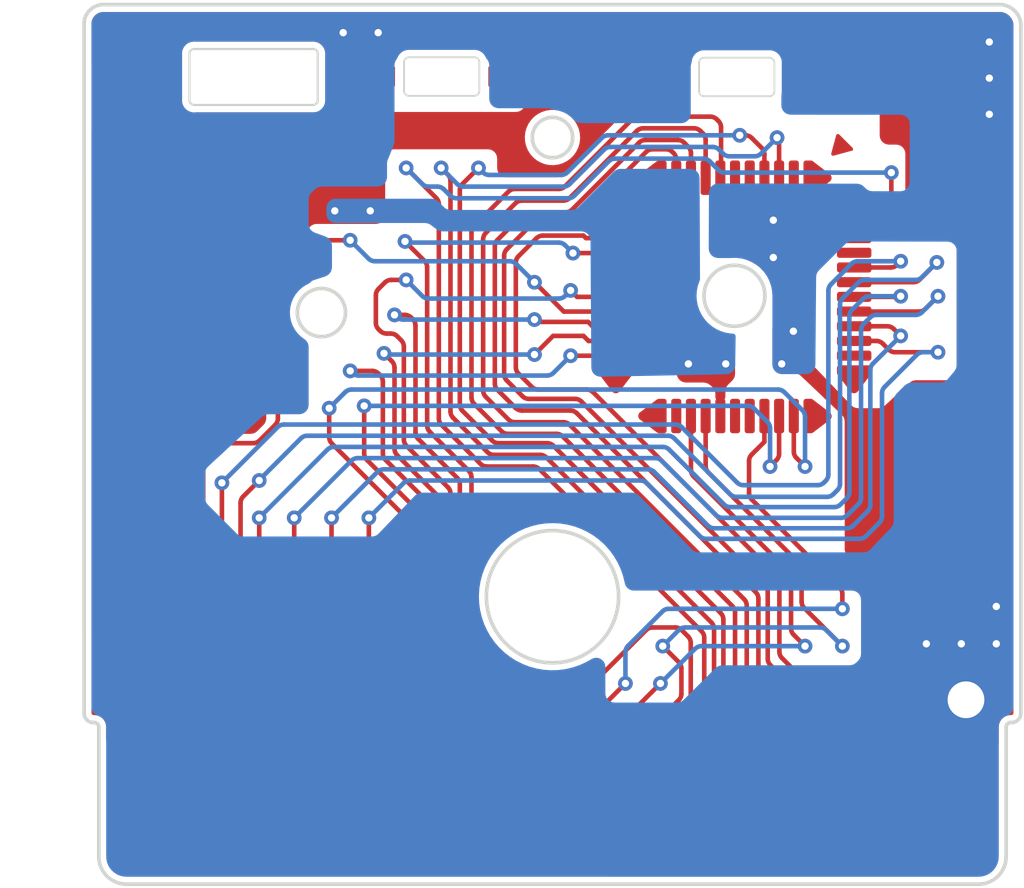
<source format=kicad_pcb>
(kicad_pcb (version 20211014) (generator pcbnew)
  (layers (0 "F.Cu" signal) (31 "B.Cu" signal) (34 "B.Paste" user) (35 "F.Paste" user) (36 "B.SilkS" user "B.Silkscreen") (37 "F.SilkS" user "F.Silkscreen") (38 "B.Mask" user) (39 "F.Mask" user) (44 "Edge.Cuts" user))
  (net 0 "")
  (net 1 "VCC")
  (net 2 "GND")
  (net 3 "CLK")
  (net 4 "~{WR}")
  (net 5 "~{RD}")
  (net 6 "CS")
  (net 7 "~{RST}")
  (net 8 "AUD")
  (net 9 "A00")
  (net 10 "A01")
  (net 11 "A02")
  (net 12 "A03")
  (net 13 "A04")
  (net 14 "A05")
  (net 15 "A06")
  (net 16 "A07")
  (net 17 "A08")
  (net 18 "A09")
  (net 19 "A10")
  (net 20 "A11")
  (net 21 "A12")
  (net 22 "A13")
  (net 23 "A14")
  (net 24 "A15")
  (net 25 "D0")
  (net 26 "D1")
  (net 27 "D2")
  (net 28 "D3")
  (net 29 "D4")
  (net 30 "D5")
  (net 31 "D6")
  (net 32 "D7")
  (net 33 "ROM_01")
  (net 34 "ROM_11")
  (net 35 "ROM_12")
  (net 36 "ROM_22")
  (net 37 "ROM_23")
  (net 38 "ROM_33")
  (net 39 "ROM_34")
  (footprint "Nintendo:Capacitor_SMD_Axial_4mm_2mm" (layer "F.Cu") (at 162.398 68.199)
    (fp_text reference "C1" hide)
    (fp_text value "Capacitor_SMD_Axial_4mm" hide)
    (fp_line (start -1.778 -1.05) (end 1.778 -1.05) (layer "Edge.Cuts") (width 0.1))
    (fp_line (start -1.778 1.05) (end 1.778 1.05) (layer "Edge.Cuts") (width 0.1))
    (fp_line (start -2.05 0.778) (end -2.05 -0.778) (layer "Edge.Cuts") (width 0.1))
    (fp_line (start 2.05 -0.778) (end 2.05 0.778) (layer "Edge.Cuts") (width 0.1))
    (fp_arc (start 2.05 0.778) (mid 1.970333 0.970333) (end 1.778 1.05) (layer "Edge.Cuts") (width 0.1))
    (fp_arc (start -2.05 -0.778) (mid -1.970333 -0.970333) (end -1.778 -1.05) (layer "Edge.Cuts") (width 0.1))
    (fp_arc (start -1.778 1.05) (mid -1.970333 0.970333) (end -2.05 0.778) (layer "Edge.Cuts") (width 0.1))
    (fp_arc (start 1.778 -1.05) (mid 1.970333 -0.970333) (end 2.05 -0.778) (layer "Edge.Cuts") (width 0.1))
  )
  (footprint "Nintendo:Capacitor_SMD_Axial_4mm_2mm" (layer "F.Cu") (at 146.332088 68.175719)
    (fp_text reference "C1")
    (fp_text value "Capacitor_SMD_Axial_4mm")
    (fp_line (start -2.05 0.778) (end -2.05 -0.778) (layer "Edge.Cuts") (width 0.1))
    (fp_line (start -1.778 -1.05) (end 1.778 -1.05) (layer "Edge.Cuts") (width 0.1))
    (fp_line (start -1.778 1.05) (end 1.778 1.05) (layer "Edge.Cuts") (width 0.1))
    (fp_line (start 2.05 -0.778) (end 2.05 0.778) (layer "Edge.Cuts") (width 0.1))
    (fp_arc (start 1.778 -1.05) (mid 1.970333 -0.970333) (end 2.05 -0.778) (layer "Edge.Cuts") (width 0.1))
    (fp_arc (start -2.05 -0.778) (mid -1.970333 -0.970333) (end -1.778 -1.05) (layer "Edge.Cuts") (width 0.1))
    (fp_arc (start 2.05 0.778) (mid 1.970333 0.970333) (end 1.778 1.05) (layer "Edge.Cuts") (width 0.1))
    (fp_arc (start -1.778 1.05) (mid -1.970333 0.970333) (end -2.05 0.778) (layer "Edge.Cuts") (width 0.1))
  )
  (footprint "Package_QFP:MQFP-44_10x10mm_P0.8mm" (layer "F.Cu") (at 162.304132 80.171494 -90)
    (fp_text reference "U1")
    (fp_text value "PRG")
  )
  (footprint "Nintendo:Connector_Edge_GamePak_P1.50mm" (layer "F.Cu") (at 152.378448 112.115942)
    (fp_text reference "U0" hide)
    (fp_text value "CartBus" hide)
  )
  (footprint "Nintendo:C_Radial_Pad_7mm_x_3mm" (layer "F.Cu") (at 132.6 68.199)
    (fp_text reference "C2")
    (fp_text value "C_Radial_Pad_7mm_x_3mm")
    (fp_line (start 0 1.27) (end 0 -1.27) (layer "Edge.Cuts") (width 0.12))
    (fp_line (start 6.731 1.524) (end 0.254 1.524) (layer "Edge.Cuts") (width 0.12))
    (fp_line (start 0.254 -1.524) (end 6.731 -1.524) (layer "Edge.Cuts") (width 0.12))
    (fp_line (start 6.985 -1.27) (end 6.985 1.27) (layer "Edge.Cuts") (width 0.12))
    (fp_arc (start 6.985 1.27) (mid 6.910605 1.449605) (end 6.731 1.524) (layer "Edge.Cuts") (width 0.12))
    (fp_arc (start 0 -1.27) (mid 0.074395 -1.449605) (end 0.254 -1.524) (layer "Edge.Cuts") (width 0.12))
    (fp_arc (start 0.254 1.524) (mid 0.074395 1.449605) (end 0 1.27) (layer "Edge.Cuts") (width 0.12))
    (fp_arc (start 6.731 -1.524) (mid 6.910605 -1.449605) (end 6.985 -1.27) (layer "Edge.Cuts") (width 0.12))
  )
  (gr_poly (pts (xy 167.64 72.39) (xy 167.906164 71.402206) (xy 168.624585 72.120627)) (layer "F.Cu") (width 0.2) (fill solid))
  (gr_arc (start 127.364562 103.346077) (mid 127.011009 103.19963) (end 126.864562 102.846077) (layer "Edge.Cuts") (width 0.2))
  (gr_arc (start 129.165001 112.145636) (mid 128.104213 111.706606) (end 127.664564 110.646075) (layer "Edge.Cuts") (width 0.2))
  (gr_circle (center 152.364562 71.496077) (end 153.464562 71.496077) (layer "Edge.Cuts") (width 0.2) (fill none))
  (gr_line (start 127.414562 103.346077) (end 127.364562 103.346077) (layer "Edge.Cuts") (width 0.2))
  (gr_line (start 177.364562 103.346077) (end 177.314562 103.346077) (layer "Edge.Cuts") (width 0.2))
  (gr_arc (start 127.414562 103.346077) (mid 127.591339 103.4193) (end 127.664562 103.596077) (layer "Edge.Cuts") (width 0.2))
  (gr_circle (center 152.364562 96.496077) (end 155.964562 96.496077) (layer "Edge.Cuts") (width 0.2) (fill none))
  (gr_line (start 177.864562 102.846077) (end 177.864562 65.538496) (layer "Edge.Cuts") (width 0.2))
  (gr_line (start 176.829105 64.262) (end 128.001981 64.262) (layer "Edge.Cuts") (width 0.2))
  (gr_arc (start 177.064562 103.596077) (mid 177.137785 103.4193) (end 177.314562 103.346077) (layer "Edge.Cuts") (width 0.2))
  (gr_line (start 126.863562 65.224241) (end 126.864562 102.846077) (layer "Edge.Cuts") (width 0.2))
  (gr_arc (start 177.064564 110.646075) (mid 176.625534 111.706863) (end 175.565003 112.146512) (layer "Edge.Cuts") (width 0.2))
  (gr_line (start 177.064564 110.646075) (end 177.064562 103.596077) (layer "Edge.Cuts") (width 0.2))
  (gr_arc (start 177.864562 102.846077) (mid 177.718115 103.19963) (end 177.364562 103.346077) (layer "Edge.Cuts") (width 0.2))
  (gr_circle (center 162.2728 80.1116) (end 163.9316 80.0608) (layer "Edge.Cuts") (width 0.2) (fill none))
  (gr_arc (start 126.863562 65.224241) (mid 127.233485 64.507346) (end 128.001981 64.262) (layer "Edge.Cuts") (width 0.2))
  (gr_line (start 127.664564 110.646075) (end 127.664562 103.596077) (layer "Edge.Cuts") (width 0.2))
  (gr_line (start 129.165001 112.145636) (end 175.565003 112.146512) (layer "Edge.Cuts") (width 0.2))
  (gr_circle (center 139.784777 81.026) (end 141.097 81.026) (layer "Edge.Cuts") (width 0.2) (fill none))
  (gr_arc (start 176.829105 64.262) (mid 177.611205 64.685798) (end 177.864562 65.538496) (layer "Edge.Cuts") (width 0.2))
  (via (at 159.766 83.82) (size 0.8) (drill 0.4) (layers "F.Cu" "B.Cu") (net 1))
  (via (at 140.5128 75.4888) (size 0.8) (drill 0.4) (layers "F.Cu" "B.Cu") (net 1))
  (via (at 161.798 83.82) (size 0.8) (drill 0.4) (layers "F.Cu" "B.Cu") (net 1))
  (via (at 142.4432 75.4888) (size 0.8) (drill 0.4) (layers "F.Cu" "B.Cu") (net 1))
  (segment (start 140.97 65.786) (end 140.97 67.31) (width 0.25) (layer "F.Cu") (net 2))
  (segment (start 142.875 65.786) (end 140.97 65.786) (width 0.25) (layer "F.Cu") (net 2))
  (via (at 176.149 66.294) (size 0.8) (drill 0.4) (layers "F.Cu" "B.Cu") (net 2))
  (via (at 140.97 65.786) (size 0.8) (drill 0.4) (layers "F.Cu" "B.Cu") (net 2))
  (via (at 176.53 97.028) (size 0.8) (drill 0.4) (layers "F.Cu" "B.Cu") (net 2))
  (via (at 174.625 99.06) (size 0.8) (drill 0.4) (layers "F.Cu" "B.Cu") (net 2))
  (via (at 164.3888 75.9968) (size 0.8) (drill 0.4) (layers "F.Cu" "B.Cu") (net 2))
  (via (at 176.149 68.2625) (size 0.8) (drill 0.4) (layers "F.Cu" "B.Cu") (net 2))
  (via (at 176.53 99.06) (size 0.8) (drill 0.4) (layers "F.Cu" "B.Cu") (net 2))
  (via (at 164.846 83.82) (size 0.8) (drill 0.4) (layers "F.Cu" "B.Cu") (net 2))
  (via (at 174.879 102.108) (size 2.5) (drill 2) (layers "F.Cu" "B.Cu") (net 2))
  (via (at 172.72 99.06) (size 0.8) (drill 0.4) (layers "F.Cu" "B.Cu") (net 2))
  (via (at 176.149 70.231) (size 0.8) (drill 0.4) (layers "F.Cu" "B.Cu") (net 2))
  (via (at 164.3888 78.0288) (size 0.8) (drill 0.4) (layers "F.Cu" "B.Cu") (net 2))
  (via (at 165.481 82.042) (size 0.8) (drill 0.4) (layers "F.Cu" "B.Cu") (net 2))
  (via (at 142.875 65.786) (size 0.8) (drill 0.4) (layers "F.Cu" "B.Cu") (net 2))
  (segment (start 133.496447 89.134553) (end 134.346554 88.284446) (width 0.25) (layer "F.Cu") (net 5))
  (segment (start 137.414 86.787893) (end 137.414 79.455107) (width 0.25) (layer "F.Cu") (net 5))
  (segment (start 134.700107 88.138) (end 136.063893 88.138) (width 0.25) (layer "F.Cu") (net 5))
  (segment (start 136.417447 87.991553) (end 137.267554 87.141446) (width 0.25) (layer "F.Cu") (net 5))
  (segment (start 137.560447 79.101553) (end 139.426554 77.235446) (width 0.25) (layer "F.Cu") (net 5))
  (segment (start 133.628448 104.515942) (end 133.628448 102.637712) (width 0.25) (layer "F.Cu") (net 5))
  (segment (start 151.384 79.375) (end 152.980494 80.971494) (width 0.25) (layer "F.Cu") (net 5))
  (segment (start 152.980494 80.971494) (end 155.816632 80.971494) (width 0.25) (layer "F.Cu") (net 5))
  (segment (start 133.35 102.110736) (end 133.35 89.488107) (width 0.25) (layer "F.Cu") (net 5))
  (segment (start 139.780107 77.089) (end 141.351 77.089) (width 0.25) (layer "F.Cu") (net 5))
  (segment (start 133.437868 102.322868) (end 133.54058 102.42558) (width 0.25) (layer "F.Cu") (net 5))
  (via (at 151.384 79.375) (size 0.8) (drill 0.4) (layers "F.Cu" "B.Cu") (net 5))
  (via (at 141.351 77.089) (size 0.8) (drill 0.4) (layers "F.Cu" "B.Cu") (net 5))
  (arc (start 133.628448 102.637712) (mid 133.605612 102.522907) (end 133.54058 102.42558) (width 0.25) (layer "F.Cu") (net 5))
  (arc (start 139.426554 77.235446) (mid 139.588766 77.12706) (end 139.780107 77.089) (width 0.25) (layer "F.Cu") (net 5))
  (arc (start 133.35 102.110736) (mid 133.372836 102.225541) (end 133.437868 102.322868) (width 0.25) (layer "F.Cu") (net 5))
  (arc (start 136.063893 88.138) (mid 136.255235 88.09994) (end 136.417447 87.991553) (width 0.25) (layer "F.Cu") (net 5))
  (arc (start 137.414 86.787893) (mid 137.37594 86.979234) (end 137.267554 87.141446) (width 0.25) (layer "F.Cu") (net 5))
  (arc (start 134.346554 88.284446) (mid 134.508766 88.17606) (end 134.700107 88.138) (width 0.25) (layer "F.Cu") (net 5))
  (arc (start 137.414 79.455107) (mid 137.45206 79.263765) (end 137.560447 79.101553) (width 0.25) (layer "F.Cu") (net 5))
  (arc (start 133.496447 89.134553) (mid 133.38806 89.296765) (end 133.35 89.488107) (width 0.25) (layer "F.Cu") (net 5))
  (segment (start 142.701107 78.232) (end 150.033893 78.232) (width 0.25) (layer "B.Cu") (net 5))
  (segment (start 150.387447 78.378447) (end 151.384 79.375) (width 0.25) (layer "B.Cu") (net 5))
  (segment (start 141.351 77.089) (end 142.347554 78.085554) (width 0.25) (layer "B.Cu") (net 5))
  (arc (start 142.701107 78.232) (mid 142.509766 78.19394) (end 142.347554 78.085554) (width 0.25) (layer "B.Cu") (net 5))
  (arc (start 150.033893 78.232) (mid 150.225235 78.27006) (end 150.387447 78.378447) (width 0.25) (layer "B.Cu") (net 5))
  (segment (start 134.512447 97.428447) (end 136.482002 99.398002) (width 0.25) (layer "F.Cu") (net 9))
  (segment (start 171.323 78.232) (end 171.129952 78.425048) (width 0.25) (layer "F.Cu") (net 9))
  (segment (start 134.366 90.551) (end 134.366 90.297) (width 0.25) (layer "F.Cu") (net 9))
  (segment (start 170.776399 78.571494) (end 168.791632 78.571494) (width 0.25) (layer "F.Cu") (net 9))
  (segment (start 134.366 97.074893) (end 134.366 90.551) (width 0.25) (layer "F.Cu") (net 9))
  (segment (start 136.628448 104.515942) (end 136.628448 99.751555) (width 0.25) (layer "F.Cu") (net 9))
  (via (at 171.323 78.232) (size 0.8) (drill 0.4) (layers "F.Cu" "B.Cu") (net 9))
  (via (at 134.366 90.297) (size 0.8) (drill 0.4) (layers "F.Cu" "B.Cu") (net 9))
  (arc (start 134.512447 97.428447) (mid 134.40406 97.266235) (end 134.366 97.074893) (width 0.25) (layer "F.Cu") (net 9))
  (arc (start 136.482002 99.398002) (mid 136.590388 99.560214) (end 136.628448 99.751555) (width 0.25) (layer "F.Cu") (net 9))
  (arc (start 171.129952 78.425048) (mid 170.96774 78.533434) (end 170.776399 78.571494) (width 0.25) (layer "F.Cu") (net 9))
  (segment (start 167.532447 79.482553) (end 168.636554 78.378446) (width 0.25) (layer "B.Cu") (net 9))
  (segment (start 167.151447 90.277553) (end 167.239554 90.189446) (width 0.25) (layer "B.Cu") (net 9))
  (segment (start 167.386 89.835893) (end 167.386 79.836107) (width 0.25) (layer "B.Cu") (net 9))
  (segment (start 159.404447 87.268447) (end 162.413554 90.277554) (width 0.25) (layer "B.Cu") (net 9))
  (segment (start 162.767107 90.424) (end 166.797893 90.424) (width 0.25) (layer "B.Cu") (net 9))
  (segment (start 137.748107 87.122) (end 159.050893 87.122) (width 0.25) (layer "B.Cu") (net 9))
  (segment (start 134.366 90.297) (end 137.394554 87.268446) (width 0.25) (layer "B.Cu") (net 9))
  (segment (start 168.990107 78.232) (end 171.323 78.232) (width 0.25) (layer "B.Cu") (net 9))
  (arc (start 162.413554 90.277554) (mid 162.575766 90.38594) (end 162.767107 90.424) (width 0.25) (layer "B.Cu") (net 9))
  (arc (start 167.239554 90.189446) (mid 167.34794 90.027234) (end 167.386 89.835893) (width 0.25) (layer "B.Cu") (net 9))
  (arc (start 167.151447 90.277553) (mid 166.989235 90.38594) (end 166.797893 90.424) (width 0.25) (layer "B.Cu") (net 9))
  (arc (start 159.404447 87.268447) (mid 159.242235 87.16006) (end 159.050893 87.122) (width 0.25) (layer "B.Cu") (net 9))
  (arc (start 168.636554 78.378446) (mid 168.798766 78.27006) (end 168.990107 78.232) (width 0.25) (layer "B.Cu") (net 9))
  (arc (start 167.532447 79.482553) (mid 167.42406 79.644765) (end 167.386 79.836107) (width 0.25) (layer "B.Cu") (net 9))
  (arc (start 137.748107 87.122) (mid 137.556766 87.16006) (end 137.394554 87.268446) (width 0.25) (layer "B.Cu") (net 9))
  (segment (start 138.128448 104.515942) (end 138.128448 100.235555) (width 0.25) (layer "F.Cu") (net 10))
  (segment (start 135.382 97.074893) (end 135.382 91.393107) (width 0.25) (layer "F.Cu") (net 10))
  (segment (start 173.2915 78.2955) (end 172.361952 79.225048) (width 0.25) (layer "F.Cu") (net 10))
  (segment (start 135.528447 91.039553) (end 136.398 90.17) (width 0.25) (layer "F.Cu") (net 10))
  (segment (start 172.008399 79.371494) (end 168.791632 79.371494) (width 0.25) (layer "F.Cu") (net 10))
  (segment (start 135.528447 97.428447) (end 137.982002 99.882002) (width 0.25) (layer "F.Cu") (net 10))
  (via (at 173.2915 78.2955) (size 0.8) (drill 0.4) (layers "F.Cu" "B.Cu") (net 10))
  (via (at 136.398 90.17) (size 0.8) (drill 0.4) (layers "F.Cu" "B.Cu") (net 10))
  (arc (start 172.361952 79.225048) (mid 172.19974 79.333434) (end 172.008399 79.371494) (width 0.25) (layer "F.Cu") (net 10))
  (arc (start 138.128448 100.235555) (mid 138.090388 100.044214) (end 137.982002 99.882002) (width 0.25) (layer "F.Cu") (net 10))
  (arc (start 135.382 91.393107) (mid 135.42006 91.201765) (end 135.528447 91.039553) (width 0.25) (layer "F.Cu") (net 10))
  (arc (start 135.382 97.074893) (mid 135.42006 97.266235) (end 135.528447 97.428447) (width 0.25) (layer "F.Cu") (net 10))
  (segment (start 158.998047 87.878047) (end 162.032554 90.912554) (width 0.25) (layer "B.Cu") (net 10))
  (segment (start 136.398 90.17) (end 136.398 90.1446) (width 0.25) (layer "B.Cu") (net 10))
  (segment (start 168.167447 80.244553) (end 169.017554 79.394446) (width 0.25) (layer "B.Cu") (net 10))
  (segment (start 167.659447 90.912553) (end 167.874554 90.697446) (width 0.25) (layer "B.Cu") (net 10))
  (segment (start 139.018107 87.7316) (end 158.644493 87.7316) (width 0.25) (layer "B.Cu") (net 10))
  (segment (start 172.485447 79.101553) (end 173.2915 78.2955) (width 0.25) (layer "B.Cu") (net 10))
  (segment (start 168.021 90.343893) (end 168.021 80.598107) (width 0.25) (layer "B.Cu") (net 10))
  (segment (start 162.386107 91.059) (end 167.305893 91.059) (width 0.25) (layer "B.Cu") (net 10))
  (segment (start 136.398 90.1446) (end 138.664554 87.878046) (width 0.25) (layer "B.Cu") (net 10))
  (segment (start 169.371107 79.248) (end 172.131893 79.248) (width 0.25) (layer "B.Cu") (net 10))
  (arc (start 168.167447 80.244553) (mid 168.05906 80.406765) (end 168.021 80.598107) (width 0.25) (layer "B.Cu") (net 10))
  (arc (start 167.659447 90.912553) (mid 167.497235 91.02094) (end 167.305893 91.059) (width 0.25) (layer "B.Cu") (net 10))
  (arc (start 162.032554 90.912554) (mid 162.194766 91.02094) (end 162.386107 91.059) (width 0.25) (layer "B.Cu") (net 10))
  (arc (start 172.485447 79.101553) (mid 172.323235 79.20994) (end 172.131893 79.248) (width 0.25) (layer "B.Cu") (net 10))
  (arc (start 158.998047 87.878047) (mid 158.835835 87.76966) (end 158.644493 87.7316) (width 0.25) (layer "B.Cu") (net 10))
  (arc (start 139.018107 87.7316) (mid 138.826766 87.76966) (end 138.664554 87.878046) (width 0.25) (layer "B.Cu") (net 10))
  (arc (start 169.017554 79.394446) (mid 169.179766 79.28606) (end 169.371107 79.248) (width 0.25) (layer "B.Cu") (net 10))
  (arc (start 167.874554 90.697446) (mid 167.98294 90.535234) (end 168.021 90.343893) (width 0.25) (layer "B.Cu") (net 10))
  (segment (start 171.323 80.137) (end 171.288506 80.171494) (width 0.25) (layer "F.Cu") (net 11))
  (segment (start 136.398 97.074893) (end 136.398 92.202) (width 0.25) (layer "F.Cu") (net 11))
  (segment (start 136.544447 97.428447) (end 139.482002 100.366002) (width 0.25) (layer "F.Cu") (net 11))
  (segment (start 139.628448 104.515942) (end 139.628448 100.719555) (width 0.25) (layer "F.Cu") (net 11))
  (segment (start 171.288506 80.171494) (end 168.791632 80.171494) (width 0.25) (layer "F.Cu") (net 11))
  (via (at 171.323 80.137) (size 0.8) (drill 0.4) (layers "F.Cu" "B.Cu") (net 11))
  (via (at 136.398 92.202) (size 0.8) (drill 0.4) (layers "F.Cu" "B.Cu") (net 11))
  (arc (start 136.398 97.074893) (mid 136.43606 97.266235) (end 136.544447 97.428447) (width 0.25) (layer "F.Cu") (net 11))
  (arc (start 139.482002 100.366002) (mid 139.590388 100.528214) (end 139.628448 100.719555) (width 0.25) (layer "F.Cu") (net 11))
  (segment (start 168.053022 91.471478) (end 168.382554 91.141946) (width 0.25) (layer "B.Cu") (net 11))
  (segment (start 168.529 90.788393) (end 168.529 81.233107) (width 0.25) (layer "B.Cu") (net 11))
  (segment (start 140.465907 88.3412) (end 158.365093 88.3412) (width 0.25) (layer "B.Cu") (net 11))
  (segment (start 136.398 92.202) (end 140.112354 88.487646) (width 0.25) (layer "B.Cu") (net 11))
  (segment (start 168.675447 80.879553) (end 169.271554 80.283446) (width 0.25) (layer "B.Cu") (net 11))
  (segment (start 162.056032 91.617925) (end 167.699468 91.617925) (width 0.25) (layer "B.Cu") (net 11))
  (segment (start 169.625107 80.137) (end 171.323 80.137) (width 0.25) (layer "B.Cu") (net 11))
  (segment (start 158.718647 88.487647) (end 161.702479 91.471479) (width 0.25) (layer "B.Cu") (net 11))
  (arc (start 162.056032 91.617925) (mid 161.864691 91.579865) (end 161.702479 91.471479) (width 0.25) (layer "B.Cu") (net 11))
  (arc (start 169.271554 80.283446) (mid 169.433766 80.17506) (end 169.625107 80.137) (width 0.25) (layer "B.Cu") (net 11))
  (arc (start 168.382554 91.141946) (mid 168.49094 90.979734) (end 168.529 90.788393) (width 0.25) (layer "B.Cu") (net 11))
  (arc (start 158.365093 88.3412) (mid 158.556435 88.37926) (end 158.718647 88.487647) (width 0.25) (layer "B.Cu") (net 11))
  (arc (start 168.529 81.233107) (mid 168.56706 81.041765) (end 168.675447 80.879553) (width 0.25) (layer "B.Cu") (net 11))
  (arc (start 168.053022 91.471478) (mid 167.89081 91.579865) (end 167.699468 91.617925) (width 0.25) (layer "B.Cu") (net 11))
  (arc (start 140.465907 88.3412) (mid 140.274566 88.37926) (end 140.112354 88.487646) (width 0.25) (layer "B.Cu") (net 11))
  (segment (start 141.128448 104.515942) (end 141.128448 101.203555) (width 0.25) (layer "F.Cu") (net 12))
  (segment (start 173.355 80.137) (end 172.666952 80.825048) (width 0.25) (layer "F.Cu") (net 12))
  (segment (start 172.313399 80.971494) (end 168.791632 80.971494) (width 0.25) (layer "F.Cu") (net 12))
  (segment (start 138.303 97.963893) (end 138.303 92.202) (width 0.25) (layer "F.Cu") (net 12))
  (segment (start 138.449447 98.317447) (end 140.982002 100.850002) (width 0.25) (layer "F.Cu") (net 12))
  (via (at 138.303 92.202) (size 0.8) (drill 0.4) (layers "F.Cu" "B.Cu") (net 12))
  (via (at 173.355 80.137) (size 0.8) (drill 0.4) (layers "F.Cu" "B.Cu") (net 12))
  (arc (start 141.128448 101.203555) (mid 141.090388 101.012214) (end 140.982002 100.850002) (width 0.25) (layer "F.Cu") (net 12))
  (arc (start 138.303 97.963893) (mid 138.34106 98.155235) (end 138.449447 98.317447) (width 0.25) (layer "F.Cu") (net 12))
  (arc (start 172.666952 80.825048) (mid 172.50474 80.933434) (end 172.313399 80.971494) (width 0.25) (layer "F.Cu") (net 12))
  (segment (start 161.624107 92.202) (end 168.067893 92.202) (width 0.25) (layer "B.Cu") (net 12))
  (segment (start 168.421447 92.055553) (end 169.017554 91.459446) (width 0.25) (layer "B.Cu") (net 12))
  (segment (start 138.303 92.202) (end 141.407754 89.097246) (width 0.25) (layer "B.Cu") (net 12))
  (segment (start 158.312247 89.097247) (end 161.270554 92.055554) (width 0.25) (layer "B.Cu") (net 12))
  (segment (start 172.485447 81.006553) (end 173.355 80.137) (width 0.25) (layer "B.Cu") (net 12))
  (segment (start 141.761307 88.9508) (end 157.958693 88.9508) (width 0.25) (layer "B.Cu") (net 12))
  (segment (start 169.310447 81.641553) (end 169.652554 81.299446) (width 0.25) (layer "B.Cu") (net 12))
  (segment (start 170.006107 81.153) (end 172.131893 81.153) (width 0.25) (layer "B.Cu") (net 12))
  (segment (start 169.164 91.105893) (end 169.164 81.995107) (width 0.25) (layer "B.Cu") (net 12))
  (arc (start 169.310447 81.641553) (mid 169.20206 81.803765) (end 169.164 81.995107) (width 0.25) (layer "B.Cu") (net 12))
  (arc (start 169.652554 81.299446) (mid 169.814766 81.19106) (end 170.006107 81.153) (width 0.25) (layer "B.Cu") (net 12))
  (arc (start 141.407754 89.097246) (mid 141.569966 88.98886) (end 141.761307 88.9508) (width 0.25) (layer "B.Cu") (net 12))
  (arc (start 172.485447 81.006553) (mid 172.323235 81.11494) (end 172.131893 81.153) (width 0.25) (layer "B.Cu") (net 12))
  (arc (start 161.624107 92.202) (mid 161.432766 92.16394) (end 161.270554 92.055554) (width 0.25) (layer "B.Cu") (net 12))
  (arc (start 158.312247 89.097247) (mid 158.150035 88.98886) (end 157.958693 88.9508) (width 0.25) (layer "B.Cu") (net 12))
  (arc (start 169.017554 91.459446) (mid 169.12594 91.297234) (end 169.164 91.105893) (width 0.25) (layer "B.Cu") (net 12))
  (arc (start 168.067893 92.202) (mid 168.259235 92.16394) (end 168.421447 92.055553) (width 0.25) (layer "B.Cu") (net 12))
  (segment (start 140.481447 99.333447) (end 142.482002 101.334002) (width 0.25) (layer "F.Cu") (net 13))
  (segment (start 142.628448 104.515942) (end 142.628448 101.687555) (width 0.25) (layer "F.Cu") (net 13))
  (segment (start 140.335 98.979893) (end 140.335 92.202) (width 0.25) (layer "F.Cu") (net 13))
  (segment (start 171.323 82.296) (end 170.94494 81.91794) (width 0.25) (layer "F.Cu") (net 13))
  (segment (start 170.591387 81.771494) (end 168.791632 81.771494) (width 0.25) (layer "F.Cu") (net 13))
  (via (at 171.323 82.296) (size 0.8) (drill 0.4) (layers "F.Cu" "B.Cu") (net 13))
  (via (at 140.335 92.202) (size 0.8) (drill 0.4) (layers "F.Cu" "B.Cu") (net 13))
  (arc (start 142.482002 101.334002) (mid 142.590388 101.496214) (end 142.628448 101.687555) (width 0.25) (layer "F.Cu") (net 13))
  (arc (start 140.481447 99.333447) (mid 140.37306 99.171235) (end 140.335 98.979893) (width 0.25) (layer "F.Cu") (net 13))
  (arc (start 170.94494 81.91794) (mid 170.782728 81.809554) (end 170.591387 81.771494) (width 0.25) (layer "F.Cu") (net 13))
  (segment (start 143.183707 89.5604) (end 157.552293 89.5604) (width 0.25) (layer "B.Cu") (net 13))
  (segment (start 169.818447 83.800553) (end 171.323 82.296) (width 0.25) (layer "B.Cu") (net 13))
  (segment (start 168.741478 92.624522) (end 169.525554 91.840446) (width 0.25) (layer "B.Cu") (net 13))
  (segment (start 161.177076 92.770969) (end 168.387924 92.770969) (width 0.25) (layer "B.Cu") (net 13))
  (segment (start 157.905847 89.706847) (end 160.823523 92.624523) (width 0.25) (layer "B.Cu") (net 13))
  (segment (start 140.335 92.202) (end 142.830154 89.706846) (width 0.25) (layer "B.Cu") (net 13))
  (segment (start 169.672 91.486893) (end 169.672 84.154107) (width 0.25) (layer "B.Cu") (net 13))
  (arc (start 169.818447 83.800553) (mid 169.71006 83.962765) (end 169.672 84.154107) (width 0.25) (layer "B.Cu") (net 13))
  (arc (start 169.525554 91.840446) (mid 169.63394 91.678234) (end 169.672 91.486893) (width 0.25) (layer "B.Cu") (net 13))
  (arc (start 143.183707 89.5604) (mid 142.992366 89.59846) (end 142.830154 89.706846) (width 0.25) (layer "B.Cu") (net 13))
  (arc (start 161.177076 92.770969) (mid 160.985735 92.732909) (end 160.823523 92.624523) (width 0.25) (layer "B.Cu") (net 13))
  (arc (start 157.552293 89.5604) (mid 157.743635 89.59846) (end 157.905847 89.706847) (width 0.25) (layer "B.Cu") (net 13))
  (arc (start 168.741478 92.624522) (mid 168.579266 92.732909) (end 168.387924 92.770969) (width 0.25) (layer "B.Cu") (net 13))
  (segment (start 142.367 99.995893) (end 142.367 92.202) (width 0.25) (layer "F.Cu") (net 14))
  (segment (start 142.513447 100.349447) (end 143.982002 101.818002) (width 0.25) (layer "F.Cu") (net 14))
  (segment (start 173.355 83.185) (end 171.022107 83.185) (width 0.25) (layer "F.Cu") (net 14))
  (segment (start 144.128448 104.515942) (end 144.128448 102.171555) (width 0.25) (layer "F.Cu") (net 14))
  (segment (start 170.668553 83.038553) (end 170.34794 82.71794) (width 0.25) (layer "F.Cu") (net 14))
  (segment (start 169.994387 82.571494) (end 168.791632 82.571494) (width 0.25) (layer "F.Cu") (net 14))
  (via (at 173.355 83.185) (size 0.8) (drill 0.4) (layers "F.Cu" "B.Cu") (net 14))
  (via (at 142.367 92.202) (size 0.8) (drill 0.4) (layers "F.Cu" "B.Cu") (net 14))
  (arc (start 171.022107 83.185) (mid 170.830765 83.14694) (end 170.668553 83.038553) (width 0.25) (layer "F.Cu") (net 14))
  (arc (start 142.367 99.995893) (mid 142.40506 100.187235) (end 142.513447 100.349447) (width 0.25) (layer "F.Cu") (net 14))
  (arc (start 170.34794 82.71794) (mid 170.185728 82.609554) (end 169.994387 82.571494) (width 0.25) (layer "F.Cu") (net 14))
  (arc (start 143.982002 101.818002) (mid 144.090388 101.980214) (end 144.128448 102.171555) (width 0.25) (layer "F.Cu") (net 14))
  (segment (start 169.437447 93.198553) (end 170.160554 92.475446) (width 0.25) (layer "B.Cu") (net 14))
  (segment (start 144.606107 90.17) (end 157.145893 90.17) (width 0.25) (layer "B.Cu") (net 14))
  (segment (start 170.453447 85.070553) (end 172.192554 83.331446) (width 0.25) (layer "B.Cu") (net 14))
  (segment (start 157.499447 90.316447) (end 160.381554 93.198554) (width 0.25) (layer "B.Cu") (net 14))
  (segment (start 170.307 92.121893) (end 170.307 85.424107) (width 0.25) (layer "B.Cu") (net 14))
  (segment (start 160.735107 93.345) (end 169.083893 93.345) (width 0.25) (layer "B.Cu") (net 14))
  (segment (start 142.367 92.202) (end 144.252554 90.316446) (width 0.25) (layer "B.Cu") (net 14))
  (segment (start 172.546107 83.185) (end 173.355 83.185) (width 0.25) (layer "B.Cu") (net 14))
  (arc (start 144.606107 90.17) (mid 144.414766 90.20806) (end 144.252554 90.316446) (width 0.25) (layer "B.Cu") (net 14))
  (arc (start 170.160554 92.475446) (mid 170.26894 92.313234) (end 170.307 92.121893) (width 0.25) (layer "B.Cu") (net 14))
  (arc (start 157.145893 90.17) (mid 157.337235 90.20806) (end 157.499447 90.316447) (width 0.25) (layer "B.Cu") (net 14))
  (arc (start 169.437447 93.198553) (mid 169.275235 93.30694) (end 169.083893 93.345) (width 0.25) (layer "B.Cu") (net 14))
  (arc (start 160.381554 93.198554) (mid 160.543766 93.30694) (end 160.735107 93.345) (width 0.25) (layer "B.Cu") (net 14))
  (arc (start 172.192554 83.331446) (mid 172.354766 83.22306) (end 172.546107 83.185) (width 0.25) (layer "B.Cu") (net 14))
  (arc (start 170.453447 85.070553) (mid 170.34506 85.232765) (end 170.307 85.424107) (width 0.25) (layer "B.Cu") (net 14))
  (segment (start 144.150732 91.953732) (end 140.354446 88.157446) (width 0.25) (layer "F.Cu") (net 15))
  (segment (start 165.504132 88.589025) (end 165.504132 86.658994) (width 0.25) (layer "F.Cu") (net 15))
  (segment (start 145.628448 104.515942) (end 145.628448 102.655555) (width 0.25) (layer "F.Cu") (net 15))
  (segment (start 140.208 87.803893) (end 140.208 86.233) (width 0.25) (layer "F.Cu") (net 15))
  (segment (start 145.482001 102.302001) (end 144.443625 101.263625) (width 0.25) (layer "F.Cu") (net 15))
  (segment (start 144.297179 100.910072) (end 144.297179 92.307286) (width 0.25) (layer "F.Cu") (net 15))
  (segment (start 166.116 89.408) (end 165.650578 88.942578) (width 0.25) (layer "F.Cu") (net 15))
  (via (at 140.208 86.233) (size 0.8) (drill 0.4) (layers "F.Cu" "B.Cu") (net 15))
  (via (at 166.116 89.408) (size 0.8) (drill 0.4) (layers "F.Cu" "B.Cu") (net 15))
  (arc (start 144.150732 91.953732) (mid 144.259119 92.115944) (end 144.297179 92.307286) (width 0.25) (layer "F.Cu") (net 15))
  (arc (start 145.628448 102.655555) (mid 145.590388 102.464213) (end 145.482001 102.302001) (width 0.25) (layer "F.Cu") (net 15))
  (arc (start 165.504132 88.589025) (mid 165.542192 88.780366) (end 165.650578 88.942578) (width 0.25) (layer "F.Cu") (net 15))
  (arc (start 140.354446 88.157446) (mid 140.24606 87.995234) (end 140.208 87.803893) (width 0.25) (layer "F.Cu") (net 15))
  (arc (start 144.443625 101.263625) (mid 144.335239 101.101413) (end 144.297179 100.910072) (width 0.25) (layer "F.Cu") (net 15))
  (segment (start 164.992447 85.363447) (end 165.969554 86.340554) (width 0.25) (layer "B.Cu") (net 15))
  (segment (start 140.208 86.233) (end 141.077554 85.363446) (width 0.25) (layer "B.Cu") (net 15))
  (segment (start 141.431107 85.217) (end 164.638893 85.217) (width 0.25) (layer "B.Cu") (net 15))
  (segment (start 166.116 86.694107) (end 166.116 89.408) (width 0.25) (layer "B.Cu") (net 15))
  (arc (start 165.969554 86.340554) (mid 166.07794 86.502766) (end 166.116 86.694107) (width 0.25) (layer "B.Cu") (net 15))
  (arc (start 164.992447 85.363447) (mid 164.830235 85.25506) (end 164.638893 85.217) (width 0.25) (layer "B.Cu") (net 15))
  (arc (start 141.077554 85.363446) (mid 141.239766 85.25506) (end 141.431107 85.217) (width 0.25) (layer "B.Cu") (net 15))
  (segment (start 142.259447 89.046447) (end 144.760554 91.547554) (width 0.25) (layer "F.Cu") (net 16))
  (segment (start 144.907 100.630893) (end 144.907 91.901107) (width 0.25) (layer "F.Cu") (net 16))
  (segment (start 145.053447 100.984447) (end 146.982002 102.913002) (width 0.25) (layer "F.Cu") (net 16))
  (segment (start 164.704132 88.707761) (end 164.704132 86.658994) (width 0.25) (layer "F.Cu") (net 16))
  (segment (start 164.211 89.408) (end 164.557686 89.061314) (width 0.25) (layer "F.Cu") (net 16))
  (segment (start 147.128448 104.515942) (end 147.128448 103.266555) (width 0.25) (layer "F.Cu") (net 16))
  (segment (start 142.113 88.692893) (end 142.113 86.106) (width 0.25) (layer "F.Cu") (net 16))
  (via (at 164.211 89.408) (size 0.8) (drill 0.4) (layers "F.Cu" "B.Cu") (net 16))
  (via (at 142.113 86.106) (size 0.8) (drill 0.4) (layers "F.Cu" "B.Cu") (net 16))
  (arc (start 142.259447 89.046447) (mid 142.15106 88.884235) (end 142.113 88.692893) (width 0.25) (layer "F.Cu") (net 16))
  (arc (start 144.760554 91.547554) (mid 144.86894 91.709766) (end 144.907 91.901107) (width 0.25) (layer "F.Cu") (net 16))
  (arc (start 144.907 100.630893) (mid 144.94506 100.822235) (end 145.053447 100.984447) (width 0.25) (layer "F.Cu") (net 16))
  (arc (start 164.704132 88.707761) (mid 164.666072 88.899102) (end 164.557686 89.061314) (width 0.25) (layer "F.Cu") (net 16))
  (arc (start 146.982002 102.913002) (mid 147.090388 103.075214) (end 147.128448 103.266555) (width 0.25) (layer "F.Cu") (net 16))
  (segment (start 163.341447 86.252447) (end 164.064554 86.975554) (width 0.25) (layer "B.Cu") (net 16))
  (segment (start 142.113 86.106) (end 162.987893 86.106) (width 0.25) (layer "B.Cu") (net 16))
  (segment (start 164.211 87.329107) (end 164.211 89.408) (width 0.25) (layer "B.Cu") (net 16))
  (arc (start 163.341447 86.252447) (mid 163.179235 86.14406) (end 162.987893 86.106) (width 0.25) (layer "B.Cu") (net 16))
  (arc (start 164.064554 86.975554) (mid 164.17294 87.137766) (end 164.211 87.329107) (width 0.25) (layer "B.Cu") (net 16))
  (segment (start 145.688447 100.603447) (end 148.482002 103.397002) (width 0.25) (layer "F.Cu") (net 17))
  (segment (start 148.628448 104.515942) (end 148.628448 103.750555) (width 0.25) (layer "F.Cu") (net 17))
  (segment (start 143.129 88.692893) (end 143.129 84.789107) (width 0.25) (layer "F.Cu") (net 17))
  (segment (start 145.542 100.249893) (end 145.542 91.520107) (width 0.25) (layer "F.Cu") (net 17))
  (segment (start 143.275447 89.046447) (end 145.395554 91.166554) (width 0.25) (layer "F.Cu") (net 17))
  (segment (start 153.3525 83.3755) (end 155.812626 83.3755) (width 0.25) (layer "F.Cu") (net 17))
  (segment (start 142.982553 84.435553) (end 142.894446 84.347446) (width 0.25) (layer "F.Cu") (net 17))
  (segment (start 142.540893 84.201) (end 141.351 84.201) (width 0.25) (layer "F.Cu") (net 17))
  (via (at 141.351 84.201) (size 0.8) (drill 0.4) (layers "F.Cu" "B.Cu") (net 17))
  (via (at 153.3525 83.3755) (size 0.8) (drill 0.4) (layers "F.Cu" "B.Cu") (net 17))
  (arc (start 148.482002 103.397002) (mid 148.590388 103.559214) (end 148.628448 103.750555) (width 0.25) (layer "F.Cu") (net 17))
  (arc (start 142.894446 84.347446) (mid 142.732234 84.23906) (end 142.540893 84.201) (width 0.25) (layer "F.Cu") (net 17))
  (arc (start 143.129 88.692893) (mid 143.16706 88.884235) (end 143.275447 89.046447) (width 0.25) (layer "F.Cu") (net 17))
  (arc (start 145.688447 100.603447) (mid 145.58006 100.441235) (end 145.542 100.249893) (width 0.25) (layer "F.Cu") (net 17))
  (arc (start 143.129 84.789107) (mid 143.09094 84.597765) (end 142.982553 84.435553) (width 0.25) (layer "F.Cu") (net 17))
  (arc (start 145.542 91.520107) (mid 145.50394 91.328766) (end 145.395554 91.166554) (width 0.25) (layer "F.Cu") (net 17))
  (segment (start 141.351 84.201) (end 141.458554 84.308554) (width 0.25) (layer "B.Cu") (net 17))
  (segment (start 141.812107 84.455) (end 152.065893 84.455) (width 0.25) (layer "B.Cu") (net 17))
  (segment (start 152.419447 84.308553) (end 153.3525 83.3755) (width 0.25) (layer "B.Cu") (net 17))
  (arc (start 152.065893 84.455) (mid 152.257235 84.41694) (end 152.419447 84.308553) (width 0.25) (layer "B.Cu") (net 17))
  (arc (start 141.458554 84.308554) (mid 141.620766 84.41694) (end 141.812107 84.455) (width 0.25) (layer "B.Cu") (net 17))
  (segment (start 146.177 99.868893) (end 146.177 91.266107) (width 0.25) (layer "F.Cu") (net 18))
  (segment (start 143.910447 88.792447) (end 146.030554 90.912554) (width 0.25) (layer "F.Cu") (net 18))
  (segment (start 154.051 82.296) (end 154.326494 82.571494) (width 0.25) (layer "F.Cu") (net 18))
  (segment (start 148.697553 102.596553) (end 146.323446 100.222446) (width 0.25) (layer "F.Cu") (net 18))
  (segment (start 151.384 83.312) (end 152.4 82.296) (width 0.25) (layer "F.Cu") (net 18))
  (segment (start 152.4 82.296) (end 154.051 82.296) (width 0.25) (layer "F.Cu") (net 18))
  (segment (start 150.128448 104.515942) (end 150.128448 103.599555) (width 0.25) (layer "F.Cu") (net 18))
  (segment (start 149.625447 102.889447) (end 149.982002 103.246002) (width 0.25) (layer "F.Cu") (net 18))
  (segment (start 143.764 88.438893) (end 143.764 84.027107) (width 0.25) (layer "F.Cu") (net 18))
  (segment (start 149.271893 102.743) (end 149.051107 102.743) (width 0.25) (layer "F.Cu") (net 18))
  (segment (start 143.617553 83.673553) (end 143.1925 83.2485) (width 0.25) (layer "F.Cu") (net 18))
  (segment (start 154.326494 82.571494) (end 155.816632 82.571494) (width 0.25) (layer "F.Cu") (net 18))
  (via (at 151.384 83.312) (size 0.8) (drill 0.4) (layers "F.Cu" "B.Cu") (net 18))
  (via (at 143.1925 83.2485) (size 0.8) (drill 0.4) (layers "F.Cu" "B.Cu") (net 18))
  (arc (start 146.177 99.868893) (mid 146.21506 100.060234) (end 146.323446 100.222446) (width 0.25) (layer "F.Cu") (net 18))
  (arc (start 143.764 88.438893) (mid 143.80206 88.630235) (end 143.910447 88.792447) (width 0.25) (layer "F.Cu") (net 18))
  (arc (start 149.271893 102.743) (mid 149.463235 102.78106) (end 149.625447 102.889447) (width 0.25) (layer "F.Cu") (net 18))
  (arc (start 146.177 91.266107) (mid 146.13894 91.074766) (end 146.030554 90.912554) (width 0.25) (layer "F.Cu") (net 18))
  (arc (start 150.128448 103.599555) (mid 150.090388 103.408214) (end 149.982002 103.246002) (width 0.25) (layer "F.Cu") (net 18))
  (arc (start 143.617553 83.673553) (mid 143.72594 83.835765) (end 143.764 84.027107) (width 0.25) (layer "F.Cu") (net 18))
  (arc (start 149.051107 102.743) (mid 148.859765 102.70494) (end 148.697553 102.596553) (width 0.25) (layer "F.Cu") (net 18))
  (segment (start 143.1925 83.2485) (end 143.256 83.312) (width 0.25) (layer "B.Cu") (net 18))
  (segment (start 143.256 83.312) (end 151.384 83.312) (width 0.25) (layer "B.Cu") (net 18))
  (segment (start 153.704494 80.171494) (end 155.816632 80.171494) (width 0.25) (layer "F.Cu") (net 19))
  (segment (start 148.951553 101.961553) (end 146.958446 99.968446) (width 0.25) (layer "F.Cu") (net 19))
  (segment (start 144.272 87.930893) (end 144.272 82.884107) (width 0.25) (layer "F.Cu") (net 19))
  (segment (start 142.982553 82.022553) (end 142.894446 81.934446) (width 0.25) (layer "F.Cu") (net 19))
  (segment (start 144.125553 82.530553) (end 143.910446 82.315446) (width 0.25) (layer "F.Cu") (net 19))
  (segment (start 146.812 99.614893) (end 146.812 90.885107) (width 0.25) (layer "F.Cu") (net 19))
  (segment (start 146.665553 90.531553) (end 144.418446 88.284446) (width 0.25) (layer "F.Cu") (net 19))
  (segment (start 150.795893 102.108) (end 149.305107 102.108) (width 0.25) (layer "F.Cu") (net 19))
  (segment (start 143.590107 79.248) (end 144.399 79.248) (width 0.25) (layer "F.Cu") (net 19))
  (segment (start 153.3525 79.8195) (end 153.704494 80.171494) (width 0.25) (layer "F.Cu") (net 19))
  (segment (start 151.482001 102.587001) (end 151.149446 102.254446) (width 0.25) (layer "F.Cu") (net 19))
  (segment (start 143.556893 82.169) (end 143.336107 82.169) (width 0.25) (layer "F.Cu") (net 19))
  (segment (start 142.894447 79.736553) (end 143.236554 79.394446) (width 0.25) (layer "F.Cu") (net 19))
  (segment (start 142.748 81.580893) (end 142.748 80.090107) (width 0.25) (layer "F.Cu") (net 19))
  (segment (start 151.628448 104.515942) (end 151.628448 102.940555) (width 0.25) (layer "F.Cu") (net 19))
  (via (at 153.3525 79.8195) (size 0.8) (drill 0.4) (layers "F.Cu" "B.Cu") (net 19))
  (via (at 144.399 79.248) (size 0.8) (drill 0.4) (layers "F.Cu" "B.Cu") (net 19))
  (arc (start 142.894446 81.934446) (mid 142.78606 81.772234) (end 142.748 81.580893) (width 0.25) (layer "F.Cu") (net 19))
  (arc (start 142.982553 82.022553) (mid 143.144765 82.13094) (end 143.336107 82.169) (width 0.25) (layer "F.Cu") (net 19))
  (arc (start 146.958446 99.968446) (mid 146.85006 99.806234) (end 146.812 99.614893) (width 0.25) (layer "F.Cu") (net 19))
  (arc (start 150.795893 102.108) (mid 150.987234 102.14606) (end 151.149446 102.254446) (width 0.25) (layer "F.Cu") (net 19))
  (arc (start 142.894447 79.736553) (mid 142.78606 79.898765) (end 142.748 80.090107) (width 0.25) (layer "F.Cu") (net 19))
  (arc (start 144.272 87.930893) (mid 144.31006 88.122234) (end 144.418446 88.284446) (width 0.25) (layer "F.Cu") (net 19))
  (arc (start 144.272 82.884107) (mid 144.23394 82.692765) (end 144.125553 82.530553) (width 0.25) (layer "F.Cu") (net 19))
  (arc (start 143.590107 79.248) (mid 143.398766 79.28606) (end 143.236554 79.394446) (width 0.25) (layer "F.Cu") (net 19))
  (arc (start 146.812 90.885107) (mid 146.77394 90.693765) (end 146.665553 90.531553) (width 0.25) (layer "F.Cu") (net 19))
  (arc (start 148.951553 101.961553) (mid 149.113765 102.06994) (end 149.305107 102.108) (width 0.25) (layer "F.Cu") (net 19))
  (arc (start 143.910446 82.315446) (mid 143.748234 82.20706) (end 143.556893 82.169) (width 0.25) (layer "F.Cu") (net 19))
  (arc (start 151.482001 102.587001) (mid 151.590388 102.749213) (end 151.628448 102.940555) (width 0.25) (layer "F.Cu") (net 19))
  (segment (start 145.622107 80.264) (end 152.700893 80.264) (width 0.25) (layer "B.Cu") (net 19))
  (segment (start 144.399 79.248) (end 145.268554 80.117554) (width 0.25) (layer "B.Cu") (net 19))
  (segment (start 153.054447 80.117553) (end 153.3525 79.8195) (width 0.25) (layer "B.Cu") (net 19))
  (arc (start 145.622107 80.264) (mid 145.430766 80.22594) (end 145.268554 80.117554) (width 0.25) (layer "B.Cu") (net 19))
  (arc (start 152.700893 80.264) (mid 152.892235 80.22594) (end 153.054447 80.117553) (width 0.25) (layer "B.Cu") (net 19))
  (segment (start 144.318893 81.153) (end 143.764 81.153) (width 0.25) (layer "F.Cu") (net 20))
  (segment (start 154.305 81.534) (end 151.511 81.534) (width 0.25) (layer "F.Cu") (net 20))
  (segment (start 145.053447 87.903447) (end 147.173554 90.023554) (width 0.25) (layer "F.Cu") (net 20))
  (segment (start 147.466447 99.587447) (end 149.332554 101.453554) (width 0.25) (layer "F.Cu") (net 20))
  (segment (start 152.982001 101.928001) (end 152.800446 101.746446) (width 0.25) (layer "F.Cu") (net 20))
  (segment (start 153.128448 104.515942) (end 153.128448 102.281555) (width 0.25) (layer "F.Cu") (net 20))
  (segment (start 144.907 87.549893) (end 144.907 81.741107) (width 0.25) (layer "F.Cu") (net 20))
  (segment (start 147.32 99.233893) (end 147.32 90.377107) (width 0.25) (layer "F.Cu") (net 20))
  (segment (start 149.686107 101.6) (end 152.446893 101.6) (width 0.25) (layer "F.Cu") (net 20))
  (segment (start 155.816632 81.771494) (end 154.542494 81.771494) (width 0.25) (layer "F.Cu") (net 20))
  (segment (start 151.511 81.534) (end 151.384 81.407) (width 0.25) (layer "F.Cu") (net 20))
  (segment (start 154.542494 81.771494) (end 154.305 81.534) (width 0.25) (layer "F.Cu") (net 20))
  (segment (start 144.760553 81.387553) (end 144.672446 81.299446) (width 0.25) (layer "F.Cu") (net 20))
  (via (at 151.384 81.407) (size 0.8) (drill 0.4) (layers "F.Cu" "B.Cu") (net 20))
  (via (at 143.764 81.153) (size 0.8) (drill 0.4) (layers "F.Cu" "B.Cu") (net 20))
  (arc (start 152.800446 101.746446) (mid 152.638234 101.63806) (end 152.446893 101.6) (width 0.25) (layer "F.Cu") (net 20))
  (arc (start 144.318893 81.153) (mid 144.510234 81.19106) (end 144.672446 81.299446) (width 0.25) (layer "F.Cu") (net 20))
  (arc (start 152.982001 101.928001) (mid 153.090388 102.090213) (end 153.128448 102.281555) (width 0.25) (layer "F.Cu") (net 20))
  (arc (start 145.053447 87.903447) (mid 144.94506 87.741235) (end 144.907 87.549893) (width 0.25) (layer "F.Cu") (net 20))
  (arc (start 144.907 81.741107) (mid 144.86894 81.549765) (end 144.760553 81.387553) (width 0.25) (layer "F.Cu") (net 20))
  (arc (start 149.332554 101.453554) (mid 149.494766 101.56194) (end 149.686107 101.6) (width 0.25) (layer "F.Cu") (net 20))
  (arc (start 147.466447 99.587447) (mid 147.35806 99.425235) (end 147.32 99.233893) (width 0.25) (layer "F.Cu") (net 20))
  (arc (start 147.173554 90.023554) (mid 147.28194 90.185766) (end 147.32 90.377107) (width 0.25) (layer "F.Cu") (net 20))
  (segment (start 144.225107 81.407) (end 151.384 81.407) (width 0.25) (layer "B.Cu") (net 20))
  (segment (start 143.764 81.153) (end 143.871554 81.260554) (width 0.25) (layer "B.Cu") (net 20))
  (arc (start 144.225107 81.407) (mid 144.033766 81.36894) (end 143.871554 81.260554) (width 0.25) (layer "B.Cu") (net 20))
  (segment (start 163.068 90.851893) (end 163.068 89.107107) (width 0.25) (layer "F.Cu") (net 21))
  (segment (start 163.214447 88.753553) (end 163.904132 88.063868) (width 0.25) (layer "F.Cu") (net 21))
  (segment (start 163.904132 88.063868) (end 163.904132 86.658994) (width 0.25) (layer "F.Cu") (net 21))
  (segment (start 168.001553 95.992553) (end 163.214446 91.205446) (width 0.25) (layer "F.Cu") (net 21))
  (segment (start 154.628448 104.515942) (end 154.628448 103.134659) (width 0.25) (layer "F.Cu") (net 21))
  (segment (start 154.774895 102.781105) (end 156.337 101.219) (width 0.25) (layer "F.Cu") (net 21))
  (segment (start 168.148 97.155) (end 168.148 96.346107) (width 0.25) (layer "F.Cu") (net 21))
  (via (at 156.337 101.219) (size 0.8) (drill 0.4) (layers "F.Cu" "B.Cu") (net 21))
  (via (at 168.148 97.155) (size 0.8) (drill 0.4) (layers "F.Cu" "B.Cu") (net 21))
  (arc (start 163.068 89.107107) (mid 163.10606 88.915765) (end 163.214447 88.753553) (width 0.25) (layer "F.Cu") (net 21))
  (arc (start 154.628448 103.134659) (mid 154.666508 102.943317) (end 154.774895 102.781105) (width 0.25) (layer "F.Cu") (net 21))
  (arc (start 163.068 90.851893) (mid 163.10606 91.043234) (end 163.214446 91.205446) (width 0.25) (layer "F.Cu") (net 21))
  (arc (start 168.001553 95.992553) (mid 168.10994 96.154765) (end 168.148 96.346107) (width 0.25) (layer "F.Cu") (net 21))
  (segment (start 156.483447 99.167553) (end 158.349554 97.301446) (width 0.25) (layer "B.Cu") (net 21))
  (segment (start 156.337 101.219) (end 156.337 99.521107) (width 0.25) (layer "B.Cu") (net 21))
  (segment (start 158.703107 97.155) (end 168.148 97.155) (width 0.25) (layer "B.Cu") (net 21))
  (arc (start 156.483447 99.167553) (mid 156.37506 99.329765) (end 156.337 99.521107) (width 0.25) (layer "B.Cu") (net 21))
  (arc (start 158.349554 97.301446) (mid 158.511766 97.19306) (end 158.703107 97.155) (width 0.25) (layer "B.Cu") (net 21))
  (segment (start 166.116 99.187) (end 165.500446 98.571446) (width 0.25) (layer "F.Cu") (net 22))
  (segment (start 156.128448 104.515942) (end 156.128448 103.539659) (width 0.25) (layer "F.Cu") (net 22))
  (segment (start 159.904132 89.593025) (end 159.904132 86.658994) (width 0.25) (layer "F.Cu") (net 22))
  (segment (start 156.274895 103.186105) (end 158.242 101.219) (width 0.25) (layer "F.Cu") (net 22))
  (segment (start 165.354 98.217893) (end 165.354 95.457107) (width 0.25) (layer "F.Cu") (net 22))
  (segment (start 165.207553 95.103553) (end 160.050578 89.946578) (width 0.25) (layer "F.Cu") (net 22))
  (via (at 166.116 99.187) (size 0.8) (drill 0.4) (layers "F.Cu" "B.Cu") (net 22))
  (via (at 158.242 101.219) (size 0.8) (drill 0.4) (layers "F.Cu" "B.Cu") (net 22))
  (arc (start 159.904132 89.593025) (mid 159.942192 89.784366) (end 160.050578 89.946578) (width 0.25) (layer "F.Cu") (net 22))
  (arc (start 165.500446 98.571446) (mid 165.39206 98.409234) (end 165.354 98.217893) (width 0.25) (layer "F.Cu") (net 22))
  (arc (start 165.354 95.457107) (mid 165.31594 95.265765) (end 165.207553 95.103553) (width 0.25) (layer "F.Cu") (net 22))
  (arc (start 156.128448 103.539659) (mid 156.166508 103.348317) (end 156.274895 103.186105) (width 0.25) (layer "F.Cu") (net 22))
  (segment (start 160.481107 99.187) (end 166.116 99.187) (width 0.25) (layer "B.Cu") (net 22))
  (segment (start 158.242 101.219) (end 160.127554 99.333446) (width 0.25) (layer "B.Cu") (net 22))
  (arc (start 160.481107 99.187) (mid 160.289766 99.22506) (end 160.127554 99.333446) (width 0.25) (layer "B.Cu") (net 22))
  (segment (start 157.774895 103.591105) (end 159.238554 102.127446) (width 0.25) (layer "F.Cu") (net 23))
  (segment (start 157.628448 104.515942) (end 157.628448 103.944659) (width 0.25) (layer "F.Cu") (net 23))
  (segment (start 168.148 99.187) (end 166.0749 97.1139) (width 0.25) (layer "F.Cu") (net 23))
  (segment (start 159.385 101.773893) (end 159.385 100.410107) (width 0.25) (layer "F.Cu") (net 23))
  (segment (start 165.782007 94.662007) (end 160.850578 89.730578) (width 0.25) (layer "F.Cu") (net 23))
  (segment (start 159.238553 100.056553) (end 158.369 99.187) (width 0.25) (layer "F.Cu") (net 23))
  (segment (start 160.704132 89.377025) (end 160.704132 86.658994) (width 0.25) (layer "F.Cu") (net 23))
  (segment (start 165.928454 96.760347) (end 165.928454 95.015561) (width 0.25) (layer "F.Cu") (net 23))
  (via (at 168.148 99.187) (size 0.8) (drill 0.4) (layers "F.Cu" "B.Cu") (net 23))
  (via (at 158.369 99.187) (size 0.8) (drill 0.4) (layers "F.Cu" "B.Cu") (net 23))
  (arc (start 159.238554 102.127446) (mid 159.34694 101.965234) (end 159.385 101.773893) (width 0.25) (layer "F.Cu") (net 23))
  (arc (start 159.385 100.410107) (mid 159.34694 100.218765) (end 159.238553 100.056553) (width 0.25) (layer "F.Cu") (net 23))
  (arc (start 166.0749 97.1139) (mid 165.966514 96.951688) (end 165.928454 96.760347) (width 0.25) (layer "F.Cu") (net 23))
  (arc (start 165.782007 94.662007) (mid 165.890394 94.824219) (end 165.928454 95.015561) (width 0.25) (layer "F.Cu") (net 23))
  (arc (start 157.774895 103.591105) (mid 157.666508 103.753317) (end 157.628448 103.944659) (width 0.25) (layer "F.Cu") (net 23))
  (arc (start 160.850578 89.730578) (mid 160.742192 89.568366) (end 160.704132 89.377025) (width 0.25) (layer "F.Cu") (net 23))
  (segment (start 159.592107 98.171) (end 166.924893 98.171) (width 0.25) (layer "B.Cu") (net 23))
  (segment (start 158.369 99.187) (end 159.238554 98.317446) (width 0.25) (layer "B.Cu") (net 23))
  (segment (start 167.278447 98.317447) (end 168.148 99.187) (width 0.25) (layer "B.Cu") (net 23))
  (arc (start 166.924893 98.171) (mid 167.116235 98.20906) (end 167.278447 98.317447) (width 0.25) (layer "B.Cu") (net 23))
  (arc (start 159.592107 98.171) (mid 159.400766 98.20906) (end 159.238554 98.317446) (width 0.25) (layer "B.Cu") (net 23))
  (segment (start 150.067107 100.965) (end 154.605893 100.965) (width 0.25) (layer "F.Cu") (net 24))
  (segment (start 145.542 87.168893) (end 145.542 78.566107) (width 0.25) (layer "F.Cu") (net 24))
  (segment (start 159.128448 104.515942) (end 159.128448 103.587659) (width 0.25) (layer "F.Cu") (net 24))
  (segment (start 159.746553 98.659553) (end 159.404446 98.317446) (width 0.25) (layer "F.Cu") (net 24))
  (segment (start 145.688447 87.522447) (end 147.808554 89.642554) (width 0.25) (layer "F.Cu") (net 24))
  (segment (start 145.395553 78.212553) (end 144.3355 77.1525) (width 0.25) (layer "F.Cu") (net 24))
  (segment (start 154.959447 100.818553) (end 157.460554 98.317446) (width 0.25) (layer "F.Cu") (net 24))
  (segment (start 147.955 98.852893) (end 147.955 89.996107) (width 0.25) (layer "F.Cu") (net 24))
  (segment (start 159.274895 103.234105) (end 159.746554 102.762446) (width 0.25) (layer "F.Cu") (net 24))
  (segment (start 159.050893 98.171) (end 157.814107 98.171) (width 0.25) (layer "F.Cu") (net 24))
  (segment (start 153.4795 77.7875) (end 155.800626 77.7875) (width 0.25) (layer "F.Cu") (net 24))
  (segment (start 159.893 102.408893) (end 159.893 99.013107) (width 0.25) (layer "F.Cu") (net 24))
  (segment (start 148.101447 99.206447) (end 149.713554 100.818554) (width 0.25) (layer "F.Cu") (net 24))
  (via (at 144.3355 77.1525) (size 0.8) (drill 0.4) (layers "F.Cu" "B.Cu") (net 24))
  (via (at 153.4795 77.7875) (size 0.8) (drill 0.4) (layers "F.Cu" "B.Cu") (net 24))
  (arc (start 154.605893 100.965) (mid 154.797235 100.92694) (end 154.959447 100.818553) (width 0.25) (layer "F.Cu") (net 24))
  (arc (start 157.460554 98.317446) (mid 157.622766 98.20906) (end 157.814107 98.171) (width 0.25) (layer "F.Cu") (net 24))
  (arc (start 159.746553 98.659553) (mid 159.85494 98.821765) (end 159.893 99.013107) (width 0.25) (layer "F.Cu") (net 24))
  (arc (start 145.542 87.168893) (mid 145.58006 87.360235) (end 145.688447 87.522447) (width 0.25) (layer "F.Cu") (net 24))
  (arc (start 159.128448 103.587659) (mid 159.166508 103.396317) (end 159.274895 103.234105) (width 0.25) (layer "F.Cu") (net 24))
  (arc (start 150.067107 100.965) (mid 149.875766 100.92694) (end 149.713554 100.818554) (width 0.25) (layer "F.Cu") (net 24))
  (arc (start 159.746554 102.762446) (mid 159.85494 102.600234) (end 159.893 102.408893) (width 0.25) (layer "F.Cu") (net 24))
  (arc (start 145.542 78.566107) (mid 145.50394 78.374765) (end 145.395553 78.212553) (width 0.25) (layer "F.Cu") (net 24))
  (arc (start 147.808554 89.642554) (mid 147.91694 89.804766) (end 147.955 89.996107) (width 0.25) (layer "F.Cu") (net 24))
  (arc (start 159.404446 98.317446) (mid 159.242234 98.20906) (end 159.050893 98.171) (width 0.25) (layer "F.Cu") (net 24))
  (arc (start 147.955 98.852893) (mid 147.99306 99.044235) (end 148.101447 99.206447) (width 0.25) (layer "F.Cu") (net 24))
  (segment (start 144.399 77.216) (end 152.700893 77.216) (width 0.25) (layer "B.Cu") (net 24))
  (segment (start 144.3355 77.1525) (end 144.399 77.216) (width 0.25) (layer "B.Cu") (net 24))
  (segment (start 153.054447 77.362447) (end 153.4795 77.7875) (width 0.25) (layer "B.Cu") (net 24))
  (arc (start 152.700893 77.216) (mid 152.892235 77.25406) (end 153.054447 77.362447) (width 0.25) (layer "B.Cu") (net 24))
  (segment (start 146.323447 87.141447) (end 148.443554 89.261554) (width 0.25) (layer "F.Cu") (net 25))
  (segment (start 151.657447 89.554447) (end 160.482002 98.379002) (width 0.25) (layer "F.Cu") (net 25))
  (segment (start 170.668553 75.965447) (end 170.608952 76.025048) (width 0.25) (layer "F.Cu") (net 25))
  (segment (start 170.255399 76.171494) (end 168.791632 76.171494) (width 0.25) (layer "F.Cu") (net 25))
  (segment (start 170.815 73.406) (end 170.815 75.611893) (width 0.25) (layer "F.Cu") (net 25))
  (segment (start 146.030553 74.783553) (end 144.399 73.152) (width 0.25) (layer "F.Cu") (net 25))
  (segment (start 146.177 86.787893) (end 146.177 75.137107) (width 0.25) (layer "F.Cu") (net 25))
  (segment (start 148.797107 89.408) (end 151.303893 89.408) (width 0.25) (layer "F.Cu") (net 25))
  (segment (start 160.628448 104.515942) (end 160.628448 98.732555) (width 0.25) (layer "F.Cu") (net 25))
  (via (at 170.815 73.406) (size 0.8) (drill 0.4) (layers "F.Cu" "B.Cu") (net 25))
  (via (at 144.399 73.152) (size 0.8) (drill 0.4) (layers "F.Cu" "B.Cu") (net 25))
  (arc (start 151.657447 89.554447) (mid 151.495235 89.44606) (end 151.303893 89.408) (width 0.25) (layer "F.Cu") (net 25))
  (arc (start 146.030553 74.783553) (mid 146.13894 74.945765) (end 146.177 75.137107) (width 0.25) (layer "F.Cu") (net 25))
  (arc (start 160.482002 98.379002) (mid 160.590388 98.541214) (end 160.628448 98.732555) (width 0.25) (layer "F.Cu") (net 25))
  (arc (start 148.443554 89.261554) (mid 148.605766 89.36994) (end 148.797107 89.408) (width 0.25) (layer "F.Cu") (net 25))
  (arc (start 146.323447 87.141447) (mid 146.21506 86.979235) (end 146.177 86.787893) (width 0.25) (layer "F.Cu") (net 25))
  (arc (start 170.668553 75.965447) (mid 170.77694 75.803235) (end 170.815 75.611893) (width 0.25) (layer "F.Cu") (net 25))
  (arc (start 170.608952 76.025048) (mid 170.44674 76.133434) (end 170.255399 76.171494) (width 0.25) (layer "F.Cu") (net 25))
  (segment (start 145.622107 74.168) (end 146.096893 74.168) (width 0.25) (layer "B.Cu") (net 25))
  (segment (start 153.562447 74.656553) (end 155.428554 72.790446) (width 0.25) (layer "B.Cu") (net 25))
  (segment (start 155.782107 72.644) (end 160.574893 72.644) (width 0.25) (layer "B.Cu") (net 25))
  (segment (start 144.399 73.152) (end 145.268554 74.021554) (width 0.25) (layer "B.Cu") (net 25))
  (segment (start 160.928447 72.790447) (end 161.397554 73.259554) (width 0.25) (layer "B.Cu") (net 25))
  (segment (start 147.146107 74.803) (end 153.208893 74.803) (width 0.25) (layer "B.Cu") (net 25))
  (segment (start 146.450447 74.314447) (end 146.792554 74.656554) (width 0.25) (layer "B.Cu") (net 25))
  (segment (start 161.751107 73.406) (end 170.815 73.406) (width 0.25) (layer "B.Cu") (net 25))
  (arc (start 160.574893 72.644) (mid 160.766235 72.68206) (end 160.928447 72.790447) (width 0.25) (layer "B.Cu") (net 25))
  (arc (start 153.562447 74.656553) (mid 153.400235 74.76494) (end 153.208893 74.803) (width 0.25) (layer "B.Cu") (net 25))
  (arc (start 147.146107 74.803) (mid 146.954766 74.76494) (end 146.792554 74.656554) (width 0.25) (layer "B.Cu") (net 25))
  (arc (start 161.397554 73.259554) (mid 161.559766 73.36794) (end 161.751107 73.406) (width 0.25) (layer "B.Cu") (net 25))
  (arc (start 145.622107 74.168) (mid 145.430766 74.12994) (end 145.268554 74.021554) (width 0.25) (layer "B.Cu") (net 25))
  (arc (start 155.428554 72.790446) (mid 155.590766 72.68206) (end 155.782107 72.644) (width 0.25) (layer "B.Cu") (net 25))
  (arc (start 146.096893 74.168) (mid 146.288235 74.20606) (end 146.450447 74.314447) (width 0.25) (layer "B.Cu") (net 25))
  (segment (start 161.309447 102.127447) (end 161.982002 102.800002) (width 0.25) (layer "F.Cu") (net 26))
  (segment (start 146.812 86.406893) (end 146.812 73.867107) (width 0.25) (layer "F.Cu") (net 26))
  (segment (start 164.704132 73.683994) (end 164.704132 71.613132) (width 0.25) (layer "F.Cu") (net 26))
  (segment (start 152.038447 88.919447) (end 161.016554 97.897554) (width 0.25) (layer "F.Cu") (net 26))
  (segment (start 161.163 101.773893) (end 161.163 98.251107) (width 0.25) (layer "F.Cu") (net 26))
  (segment (start 164.704132 71.613132) (end 164.592 71.501) (width 0.25) (layer "F.Cu") (net 26))
  (segment (start 146.958447 86.760447) (end 148.824554 88.626554) (width 0.25) (layer "F.Cu") (net 26))
  (segment (start 149.178107 88.773) (end 151.684893 88.773) (width 0.25) (layer "F.Cu") (net 26))
  (segment (start 162.128448 104.515942) (end 162.128448 103.153555) (width 0.25) (layer "F.Cu") (net 26))
  (segment (start 146.665553 73.513553) (end 146.304 73.152) (width 0.25) (layer "F.Cu") (net 26))
  (via (at 146.304 73.152) (size 0.8) (drill 0.4) (layers "F.Cu" "B.Cu") (net 26))
  (via (at 164.592 71.501) (size 0.8) (drill 0.4) (layers "F.Cu" "B.Cu") (net 26))
  (arc (start 146.812 73.867107) (mid 146.77394 73.675765) (end 146.665553 73.513553) (width 0.25) (layer "F.Cu") (net 26))
  (arc (start 161.016554 97.897554) (mid 161.12494 98.059766) (end 161.163 98.251107) (width 0.25) (layer "F.Cu") (net 26))
  (arc (start 148.824554 88.626554) (mid 148.986766 88.73494) (end 149.178107 88.773) (width 0.25) (layer "F.Cu") (net 26))
  (arc (start 146.812 86.406893) (mid 146.85006 86.598235) (end 146.958447 86.760447) (width 0.25) (layer "F.Cu") (net 26))
  (arc (start 161.982002 102.800002) (mid 162.090388 102.962214) (end 162.128448 103.153555) (width 0.25) (layer "F.Cu") (net 26))
  (arc (start 161.309447 102.127447) (mid 161.20106 101.965235) (end 161.163 101.773893) (width 0.25) (layer "F.Cu") (net 26))
  (arc (start 152.038447 88.919447) (mid 151.876235 88.81106) (end 151.684893 88.773) (width 0.25) (layer "F.Cu") (net 26))
  (segment (start 146.304 73.152) (end 147.173554 74.021554) (width 0.25) (layer "B.Cu") (net 26))
  (segment (start 162.005107 72.517) (end 163.368893 72.517) (width 0.25) (layer "B.Cu") (net 26))
  (segment (start 153.308447 74.021553) (end 155.174554 72.155446) (width 0.25) (layer "B.Cu") (net 26))
  (segment (start 155.528107 72.009) (end 161.082893 72.009) (width 0.25) (layer "B.Cu") (net 26))
  (segment (start 147.527107 74.168) (end 152.954893 74.168) (width 0.25) (layer "B.Cu") (net 26))
  (segment (start 163.722447 72.370553) (end 164.592 71.501) (width 0.25) (layer "B.Cu") (net 26))
  (segment (start 161.436447 72.155447) (end 161.651554 72.370554) (width 0.25) (layer "B.Cu") (net 26))
  (arc (start 161.082893 72.009) (mid 161.274235 72.04706) (end 161.436447 72.155447) (width 0.25) (layer "B.Cu") (net 26))
  (arc (start 163.368893 72.517) (mid 163.560235 72.47894) (end 163.722447 72.370553) (width 0.25) (layer "B.Cu") (net 26))
  (arc (start 155.174554 72.155446) (mid 155.336766 72.04706) (end 155.528107 72.009) (width 0.25) (layer "B.Cu") (net 26))
  (arc (start 162.005107 72.517) (mid 161.813766 72.47894) (end 161.651554 72.370554) (width 0.25) (layer "B.Cu") (net 26))
  (arc (start 153.308447 74.021553) (mid 153.146235 74.12994) (end 152.954893 74.168) (width 0.25) (layer "B.Cu") (net 26))
  (arc (start 147.173554 74.021554) (mid 147.335766 74.12994) (end 147.527107 74.168) (width 0.25) (layer "B.Cu") (net 26))
  (segment (start 147.466447 86.379447) (end 149.078554 87.991554) (width 0.25) (layer "F.Cu") (net 27))
  (segment (start 149.432107 88.138) (end 152.065893 88.138) (width 0.25) (layer "F.Cu") (net 27))
  (segment (start 162.860893 71.374) (end 162.56 71.374) (width 0.25) (layer "F.Cu") (net 27))
  (segment (start 163.628448 104.515942) (end 163.628448 103.637555) (width 0.25) (layer "F.Cu") (net 27))
  (segment (start 161.671 101.265893) (end 161.671 97.743107) (width 0.25) (layer "F.Cu") (net 27))
  (segment (start 152.419447 88.284447) (end 161.524554 97.389554) (width 0.25) (layer "F.Cu") (net 27))
  (segment (start 161.817447 101.619447) (end 163.482002 103.284002) (width 0.25) (layer "F.Cu") (net 27))
  (segment (start 147.466447 74.021553) (end 148.336 73.152) (width 0.25) (layer "F.Cu") (net 27))
  (segment (start 147.32 86.025893) (end 147.32 74.375107) (width 0.25) (layer "F.Cu") (net 27))
  (segment (start 163.757685 72.063685) (end 163.214446 71.520446) (width 0.25) (layer "F.Cu") (net 27))
  (segment (start 163.904132 73.683994) (end 163.904132 72.417239) (width 0.25) (layer "F.Cu") (net 27))
  (via (at 148.336 73.152) (size 0.8) (drill 0.4) (layers "F.Cu" "B.Cu") (net 27))
  (via (at 162.56 71.374) (size 0.8) (drill 0.4) (layers "F.Cu" "B.Cu") (net 27))
  (arc (start 161.671 97.743107) (mid 161.63294 97.551766) (end 161.524554 97.389554) (width 0.25) (layer "F.Cu") (net 27))
  (arc (start 163.214446 71.520446) (mid 163.052234 71.41206) (end 162.860893 71.374) (width 0.25) (layer "F.Cu") (net 27))
  (arc (start 161.671 101.265893) (mid 161.70906 101.457235) (end 161.817447 101.619447) (width 0.25) (layer "F.Cu") (net 27))
  (arc (start 163.757685 72.063685) (mid 163.866072 72.225897) (end 163.904132 72.417239) (width 0.25) (layer "F.Cu") (net 27))
  (arc (start 152.065893 88.138) (mid 152.257235 88.17606) (end 152.419447 88.284447) (width 0.25) (layer "F.Cu") (net 27))
  (arc (start 149.078554 87.991554) (mid 149.240766 88.09994) (end 149.432107 88.138) (width 0.25) (layer "F.Cu") (net 27))
  (arc (start 147.466447 74.021553) (mid 147.35806 74.183765) (end 147.32 74.375107) (width 0.25) (layer "F.Cu") (net 27))
  (arc (start 147.466447 86.379447) (mid 147.35806 86.217235) (end 147.32 86.025893) (width 0.25) (layer "F.Cu") (net 27))
  (arc (start 163.628448 103.637555) (mid 163.590388 103.446214) (end 163.482002 103.284002) (width 0.25) (layer "F.Cu") (net 27))
  (segment (start 148.924107 73.533) (end 152.827893 73.533) (width 0.25) (layer "B.Cu") (net 27))
  (segment (start 148.336 73.152) (end 148.570554 73.386554) (width 0.25) (layer "B.Cu") (net 27))
  (segment (start 155.401107 71.374) (end 162.56 71.374) (width 0.25) (layer "B.Cu") (net 27))
  (segment (start 153.181447 73.386553) (end 155.047554 71.520446) (width 0.25) (layer "B.Cu") (net 27))
  (arc (start 152.827893 73.533) (mid 153.019235 73.49494) (end 153.181447 73.386553) (width 0.25) (layer "B.Cu") (net 27))
  (arc (start 155.401107 71.374) (mid 155.209766 71.41206) (end 155.047554 71.520446) (width 0.25) (layer "B.Cu") (net 27))
  (arc (start 148.924107 73.533) (mid 148.732766 73.49494) (end 148.570554 73.386554) (width 0.25) (layer "B.Cu") (net 27))
  (segment (start 162.159553 97.008553) (end 152.927446 87.776446) (width 0.25) (layer "F.Cu") (net 28))
  (segment (start 161.309447 70.504447) (end 161.397554 70.592554) (width 0.25) (layer "F.Cu") (net 28))
  (segment (start 157.052107 70.358) (end 160.955893 70.358) (width 0.25) (layer "F.Cu") (net 28))
  (segment (start 162.306 100.694393) (end 162.306 97.362107) (width 0.25) (layer "F.Cu") (net 28))
  (segment (start 149.586553 87.483553) (end 148.101446 85.998446) (width 0.25) (layer "F.Cu") (net 28))
  (segment (start 152.573893 87.63) (end 149.940107 87.63) (width 0.25) (layer "F.Cu") (net 28))
  (segment (start 150.321107 74.295) (end 152.700893 74.295) (width 0.25) (layer "F.Cu") (net 28))
  (segment (start 147.955 85.644893) (end 147.955 76.661107) (width 0.25) (layer "F.Cu") (net 28))
  (segment (start 148.101447 76.307553) (end 149.967554 74.441446) (width 0.25) (layer "F.Cu") (net 28))
  (segment (start 161.544 70.946107) (end 161.544 73.644126) (width 0.25) (layer "F.Cu") (net 28))
  (segment (start 165.128448 104.515942) (end 165.128448 103.931055) (width 0.25) (layer "F.Cu") (net 28))
  (segment (start 164.982001 103.577501) (end 162.452446 101.047946) (width 0.25) (layer "F.Cu") (net 28))
  (segment (start 153.054447 74.148553) (end 156.698554 70.504446) (width 0.25) (layer "F.Cu") (net 28))
  (arc (start 152.700893 74.295) (mid 152.892235 74.25694) (end 153.054447 74.148553) (width 0.25) (layer "F.Cu") (net 28))
  (arc (start 162.159553 97.008553) (mid 162.26794 97.170765) (end 162.306 97.362107) (width 0.25) (layer "F.Cu") (net 28))
  (arc (start 149.967554 74.441446) (mid 150.129766 74.33306) (end 150.321107 74.295) (width 0.25) (layer "F.Cu") (net 28))
  (arc (start 161.309447 70.504447) (mid 161.147235 70.39606) (end 160.955893 70.358) (width 0.25) (layer "F.Cu") (net 28))
  (arc (start 152.927446 87.776446) (mid 152.765234 87.66806) (end 152.573893 87.63) (width 0.25) (layer "F.Cu") (net 28))
  (arc (start 164.982001 103.577501) (mid 165.090388 103.739713) (end 165.128448 103.931055) (width 0.25) (layer "F.Cu") (net 28))
  (arc (start 162.306 100.694393) (mid 162.34406 100.885734) (end 162.452446 101.047946) (width 0.25) (layer "F.Cu") (net 28))
  (arc (start 148.101447 76.307553) (mid 147.99306 76.469765) (end 147.955 76.661107) (width 0.25) (layer "F.Cu") (net 28))
  (arc (start 161.544 70.946107) (mid 161.50594 70.754766) (end 161.397554 70.592554) (width 0.25) (layer "F.Cu") (net 28))
  (arc (start 157.052107 70.358) (mid 156.860766 70.39606) (end 156.698554 70.504446) (width 0.25) (layer "F.Cu") (net 28))
  (arc (start 149.586553 87.483553) (mid 149.748765 87.59194) (end 149.940107 87.63) (width 0.25) (layer "F.Cu") (net 28))
  (arc (start 147.955 85.644893) (mid 147.99306 85.836234) (end 148.101446 85.998446) (width 0.25) (layer "F.Cu") (net 28))
  (segment (start 166.628448 104.515942) (end 166.628448 103.335555) (width 0.25) (layer "F.Cu") (net 29))
  (segment (start 166.482001 102.982001) (end 166.262446 102.762446) (width 0.25) (layer "F.Cu") (net 29))
  (segment (start 148.736447 76.688553) (end 150.348554 75.076446) (width 0.25) (layer "F.Cu") (net 29))
  (segment (start 150.702107 74.93) (end 152.954893 74.93) (width 0.25) (layer "F.Cu") (net 29))
  (segment (start 149.967553 86.848553) (end 148.736446 85.617446) (width 0.25) (layer "F.Cu") (net 29))
  (segment (start 162.941 100.630893) (end 162.941 96.981107) (width 0.25) (layer "F.Cu") (net 29))
  (segment (start 157.306107 70.993) (end 160.066893 70.993) (width 0.25) (layer "F.Cu") (net 29))
  (segment (start 165.908893 102.616) (end 164.926107 102.616) (width 0.25) (layer "F.Cu") (net 29))
  (segment (start 153.308447 74.783553) (end 156.952554 71.139446) (width 0.25) (layer "F.Cu") (net 29))
  (segment (start 164.572553 102.469553) (end 163.087446 100.984446) (width 0.25) (layer "F.Cu") (net 29))
  (segment (start 160.420447 71.139447) (end 160.557686 71.276686) (width 0.25) (layer "F.Cu") (net 29))
  (segment (start 160.704132 71.630239) (end 160.704132 73.683994) (width 0.25) (layer "F.Cu") (net 29))
  (segment (start 148.59 85.263893) (end 148.59 77.042107) (width 0.25) (layer "F.Cu") (net 29))
  (segment (start 152.954893 86.995) (end 150.321107 86.995) (width 0.25) (layer "F.Cu") (net 29))
  (segment (start 162.794553 96.627553) (end 153.308446 87.141446) (width 0.25) (layer "F.Cu") (net 29))
  (arc (start 148.736446 85.617446) (mid 148.62806 85.455234) (end 148.59 85.263893) (width 0.25) (layer "F.Cu") (net 29))
  (arc (start 160.557686 71.276686) (mid 160.666072 71.438898) (end 160.704132 71.630239) (width 0.25) (layer "F.Cu") (net 29))
  (arc (start 164.926107 102.616) (mid 164.734765 102.57794) (end 164.572553 102.469553) (width 0.25) (layer "F.Cu") (net 29))
  (arc (start 166.628448 103.335555) (mid 166.590388 103.144213) (end 166.482001 102.982001) (width 0.25) (layer "F.Cu") (net 29))
  (arc (start 152.954893 86.995) (mid 153.146234 87.03306) (end 153.308446 87.141446) (width 0.25) (layer "F.Cu") (net 29))
  (arc (start 160.066893 70.993) (mid 160.258235 71.03106) (end 160.420447 71.139447) (width 0.25) (layer "F.Cu") (net 29))
  (arc (start 152.954893 74.93) (mid 153.146235 74.89194) (end 153.308447 74.783553) (width 0.25) (layer "F.Cu") (net 29))
  (arc (start 148.736447 76.688553) (mid 148.62806 76.850765) (end 148.59 77.042107) (width 0.25) (layer "F.Cu") (net 29))
  (arc (start 162.941 100.630893) (mid 162.97906 100.822234) (end 163.087446 100.984446) (width 0.25) (layer "F.Cu") (net 29))
  (arc (start 150.348554 75.076446) (mid 150.510766 74.96806) (end 150.702107 74.93) (width 0.25) (layer "F.Cu") (net 29))
  (arc (start 166.262446 102.762446) (mid 166.100234 102.65406) (end 165.908893 102.616) (width 0.25) (layer "F.Cu") (net 29))
  (arc (start 162.941 96.981107) (mid 162.90294 96.789765) (end 162.794553 96.627553) (width 0.25) (layer "F.Cu") (net 29))
  (arc (start 157.306107 70.993) (mid 157.114766 71.03106) (end 156.952554 71.139446) (width 0.25) (layer "F.Cu") (net 29))
  (arc (start 149.967553 86.848553) (mid 150.129765 86.95694) (end 150.321107 86.995) (width 0.25) (layer "F.Cu") (net 29))
  (segment (start 163.576 100.249893) (end 163.576 96.600107) (width 0.25) (layer "F.Cu") (net 30))
  (segment (start 167.982001 102.958001) (end 167.151446 102.127446) (width 0.25) (layer "F.Cu") (net 30))
  (segment (start 153.435447 75.418553) (end 157.079554 71.774446) (width 0.25) (layer "F.Cu") (net 30))
  (segment (start 157.433107 71.628) (end 159.177893 71.628) (width 0.25) (layer "F.Cu") (net 30))
  (segment (start 153.335893 86.36) (end 150.702107 86.36) (width 0.25) (layer "F.Cu") (net 30))
  (segment (start 159.904132 72.354239) (end 159.904132 73.683994) (width 0.25) (layer "F.Cu") (net 30))
  (segment (start 149.371447 77.069553) (end 150.729554 75.711446) (width 0.25) (layer "F.Cu") (net 30))
  (segment (start 159.531447 71.774447) (end 159.757686 72.000686) (width 0.25) (layer "F.Cu") (net 30))
  (segment (start 164.953553 101.834553) (end 163.722446 100.603446) (width 0.25) (layer "F.Cu") (net 30))
  (segment (start 150.348553 86.213553) (end 149.371446 85.236446) (width 0.25) (layer "F.Cu") (net 30))
  (segment (start 168.128448 104.515942) (end 168.128448 103.311555) (width 0.25) (layer "F.Cu") (net 30))
  (segment (start 151.083107 75.565) (end 153.081893 75.565) (width 0.25) (layer "F.Cu") (net 30))
  (segment (start 166.797893 101.981) (end 165.307107 101.981) (width 0.25) (layer "F.Cu") (net 30))
  (segment (start 163.429553 96.246553) (end 153.689446 86.506446) (width 0.25) (layer "F.Cu") (net 30))
  (segment (start 149.225 84.882893) (end 149.225 77.423107) (width 0.25) (layer "F.Cu") (net 30))
  (arc (start 149.371447 77.069553) (mid 149.26306 77.231765) (end 149.225 77.423107) (width 0.25) (layer "F.Cu") (net 30))
  (arc (start 150.702107 86.36) (mid 150.510765 86.32194) (end 150.348553 86.213553) (width 0.25) (layer "F.Cu") (net 30))
  (arc (start 159.904132 72.354239) (mid 159.866072 72.162898) (end 159.757686 72.000686) (width 0.25) (layer "F.Cu") (net 30))
  (arc (start 167.982001 102.958001) (mid 168.090388 103.120213) (end 168.128448 103.311555) (width 0.25) (layer "F.Cu") (net 30))
  (arc (start 153.335893 86.36) (mid 153.527234 86.39806) (end 153.689446 86.506446) (width 0.25) (layer "F.Cu") (net 30))
  (arc (start 163.576 100.249893) (mid 163.61406 100.441234) (end 163.722446 100.603446) (width 0.25) (layer "F.Cu") (net 30))
  (arc (start 164.953553 101.834553) (mid 165.115765 101.94294) (end 165.307107 101.981) (width 0.25) (layer "F.Cu") (net 30))
  (arc (start 167.151446 102.127446) (mid 166.989234 102.01906) (end 166.797893 101.981) (width 0.25) (layer "F.Cu") (net 30))
  (arc (start 157.079554 71.774446) (mid 157.241766 71.66606) (end 157.433107 71.628) (width 0.25) (layer "F.Cu") (net 30))
  (arc (start 159.177893 71.628) (mid 159.369235 71.66606) (end 159.531447 71.774447) (width 0.25) (layer "F.Cu") (net 30))
  (arc (start 163.576 96.600107) (mid 163.53794 96.408765) (end 163.429553 96.246553) (width 0.25) (layer "F.Cu") (net 30))
  (arc (start 150.729554 75.711446) (mid 150.891766 75.60306) (end 151.083107 75.565) (width 0.25) (layer "F.Cu") (net 30))
  (arc (start 153.435447 75.418553) (mid 153.273235 75.52694) (end 153.081893 75.565) (width 0.25) (layer "F.Cu") (net 30))
  (arc (start 149.371446 85.236446) (mid 149.26306 85.074234) (end 149.225 84.882893) (width 0.25) (layer "F.Cu") (net 30))
  (segment (start 153.589893 85.725) (end 151.083107 85.725) (width 0.25) (layer "F.Cu") (net 31))
  (segment (start 151.591107 76.073) (end 153.462893 76.073) (width 0.25) (layer "F.Cu") (net 31))
  (segment (start 149.733 84.374893) (end 149.733 77.931107) (width 0.25) (layer "F.Cu") (net 31))
  (segment (start 169.628448 104.515942) (end 169.628448 103.668555) (width 0.25) (layer "F.Cu") (net 31))
  (segment (start 157.814107 72.136) (end 158.542893 72.136) (width 0.25) (layer "F.Cu") (net 31))
  (segment (start 159.104132 72.697239) (end 159.104132 73.683994) (width 0.25) (layer "F.Cu") (net 31))
  (segment (start 150.729553 85.578553) (end 149.879446 84.728446) (width 0.25) (layer "F.Cu") (net 31))
  (segment (start 153.816447 75.926553) (end 157.460554 72.282446) (width 0.25) (layer "F.Cu") (net 31))
  (segment (start 163.937553 95.865553) (end 153.943446 85.871446) (width 0.25) (layer "F.Cu") (net 31))
  (segment (start 165.334553 101.326553) (end 164.230446 100.222446) (width 0.25) (layer "F.Cu") (net 31))
  (segment (start 149.879447 77.577553) (end 151.237554 76.219446) (width 0.25) (layer "F.Cu") (net 31))
  (segment (start 169.482001 103.315001) (end 167.786446 101.619446) (width 0.25) (layer "F.Cu") (net 31))
  (segment (start 164.084 99.868893) (end 164.084 96.219107) (width 0.25) (layer "F.Cu") (net 31))
  (segment (start 167.432893 101.473) (end 165.688107 101.473) (width 0.25) (layer "F.Cu") (net 31))
  (segment (start 158.896447 72.282447) (end 158.957686 72.343686) (width 0.25) (layer "F.Cu") (net 31))
  (arc (start 157.814107 72.136) (mid 157.622766 72.17406) (end 157.460554 72.282446) (width 0.25) (layer "F.Cu") (net 31))
  (arc (start 151.083107 85.725) (mid 150.891765 85.68694) (end 150.729553 85.578553) (width 0.25) (layer "F.Cu") (net 31))
  (arc (start 164.230446 100.222446) (mid 164.12206 100.060234) (end 164.084 99.868893) (width 0.25) (layer "F.Cu") (net 31))
  (arc (start 163.937553 95.865553) (mid 164.04594 96.027765) (end 164.084 96.219107) (width 0.25) (layer "F.Cu") (net 31))
  (arc (start 158.542893 72.136) (mid 158.734235 72.17406) (end 158.896447 72.282447) (width 0.25) (layer "F.Cu") (net 31))
  (arc (start 149.733 77.931107) (mid 149.77106 77.739765) (end 149.879447 77.577553) (width 0.25) (layer "F.Cu") (net 31))
  (arc (start 149.733 84.374893) (mid 149.77106 84.566234) (end 149.879446 84.728446) (width 0.25) (layer "F.Cu") (net 31))
  (arc (start 153.589893 85.725) (mid 153.781234 85.76306) (end 153.943446 85.871446) (width 0.25) (layer "F.Cu") (net 31))
  (arc (start 169.628448 103.668555) (mid 169.590388 103.477213) (end 169.482001 103.315001) (width 0.25) (layer "F.Cu") (net 31))
  (arc (start 151.591107 76.073) (mid 151.399766 76.11106) (end 151.237554 76.219446) (width 0.25) (layer "F.Cu") (net 31))
  (arc (start 165.334553 101.326553) (mid 165.496765 101.43494) (end 165.688107 101.473) (width 0.25) (layer "F.Cu") (net 31))
  (arc (start 153.462893 76.073) (mid 153.654235 76.03494) (end 153.816447 75.926553) (width 0.25) (layer "F.Cu") (net 31))
  (arc (start 159.104132 72.697239) (mid 159.066072 72.505898) (end 158.957686 72.343686) (width 0.25) (layer "F.Cu") (net 31))
  (arc (start 167.786446 101.619446) (mid 167.624234 101.51106) (end 167.432893 101.473) (width 0.25) (layer "F.Cu") (net 31))
  (segment (start 167.813893 100.838) (end 166.069107 100.838) (width 0.25) (layer "F.Cu") (net 32))
  (segment (start 170.982001 102.910001) (end 170.961446 102.889446) (width 0.25) (layer "F.Cu") (net 32))
  (segment (start 154.224893 85.217) (end 151.591107 85.217) (width 0.25) (layer "F.Cu") (net 32))
  (segment (start 169.779553 102.596553) (end 168.167446 100.984446) (width 0.25) (layer "F.Cu") (net 32))
  (segment (start 154.051 76.835) (end 154.187494 76.971494) (width 0.25) (layer "F.Cu") (net 32))
  (segment (start 151.237553 85.070553) (end 150.514446 84.347446) (width 0.25) (layer "F.Cu") (net 32))
  (segment (start 171.128448 104.515942) (end 171.128448 103.263555) (width 0.25) (layer "F.Cu") (net 32))
  (segment (start 164.719 99.487893) (end 164.719 95.711107) (width 0.25) (layer "F.Cu") (net 32))
  (segment (start 151.845107 76.835) (end 154.051 76.835) (width 0.25) (layer "F.Cu") (net 32))
  (segment (start 164.572553 95.357553) (end 154.578446 85.363446) (width 0.25) (layer "F.Cu") (net 32))
  (segment (start 165.715553 100.691553) (end 164.865446 99.841446) (width 0.25) (layer "F.Cu") (net 32))
  (segment (start 170.607893 102.743) (end 170.133107 102.743) (width 0.25) (layer "F.Cu") (net 32))
  (segment (start 154.187494 76.971494) (end 155.816632 76.971494) (width 0.25) (layer "F.Cu") (net 32))
  (segment (start 150.514447 77.958553) (end 151.491554 76.981446) (width 0.25) (layer "F.Cu") (net 32))
  (segment (start 150.368 83.993893) (end 150.368 78.312107) (width 0.25) (layer "F.Cu") (net 32))
  (arc (start 151.845107 76.835) (mid 151.653766 76.87306) (end 151.491554 76.981446) (width 0.25) (layer "F.Cu") (net 32))
  (arc (start 151.591107 85.217) (mid 151.399765 85.17894) (end 151.237553 85.070553) (width 0.25) (layer "F.Cu") (net 32))
  (arc (start 150.514447 77.958553) (mid 150.40606 78.120765) (end 150.368 78.312107) (width 0.25) (layer "F.Cu") (net 32))
  (arc (start 154.224893 85.217) (mid 154.416234 85.25506) (end 154.578446 85.363446) (width 0.25) (layer "F.Cu") (net 32))
  (arc (start 167.813893 100.838) (mid 168.005234 100.87606) (end 168.167446 100.984446) (width 0.25) (layer "F.Cu") (net 32))
  (arc (start 169.779553 102.596553) (mid 169.941765 102.70494) (end 170.133107 102.743) (width 0.25) (layer "F.Cu") (net 32))
  (arc (start 170.982001 102.910001) (mid 171.090388 103.072213) (end 171.128448 103.263555) (width 0.25) (layer "F.Cu") (net 32))
  (arc (start 166.069107 100.838) (mid 165.877765 100.79994) (end 165.715553 100.691553) (width 0.25) (layer "F.Cu") (net 32))
  (arc (start 150.514446 84.347446) (mid 150.40606 84.185234) (end 150.368 83.993893) (width 0.25) (layer "F.Cu") (net 32))
  (arc (start 164.719 95.711107) (mid 164.68094 95.519765) (end 164.572553 95.357553) (width 0.25) (layer "F.Cu") (net 32))
  (arc (start 164.719 99.487893) (mid 164.75706 99.679234) (end 164.865446 99.841446) (width 0.25) (layer "F.Cu") (net 32))
  (arc (start 170.961446 102.889446) (mid 170.799234 102.78106) (end 170.607893 102.743) (width 0.25) (layer "F.Cu") (net 32))
  (zone (net 2) (net_name "GND") (layer "F.Cu") (name "GND") (connect_pads yes (clearance 0.2)) (min_thickness 0.2) (fill yes (thermal_gap 0.2) (thermal_bridge_width 0.2) (smoothing fillet) (radius 0.5))
    (polygon (pts (xy 178.054 103.251) (xy 176.657 103.251) (xy 176.657 105.029) (xy 175.133 105.029) (xy 175.133 103.505) (xy 171.831 103.505) (xy 171.831 97.917) (xy 168.275 94.107) (xy 168.275 86.741) (xy 165.735 84.328) (xy 164.338 84.328) (xy 164.338 81.407) (xy 165.989 81.407) (xy 165.989 83.312) (xy 168.783 86.233) (xy 170.307 86.233) (xy 171.958 84.709) (xy 174.371 84.709) (xy 174.371 77.089) (xy 171.577 77.089) (xy 171.577 71.882) (xy 170.18 71.882) (xy 170.18 68.834) (xy 166.943569 68.834) (xy 166.943569 66.675) (xy 142.113 66.675) (xy 141.859 67.056) (xy 141.859 67.691) (xy 140.208 67.691) (xy 140.207998 67.056002) (xy 139.7 66.303352) (xy 131.953001 66.30335) (xy 131.953 67.818) (xy 127.127 67.818) (xy 127.127 64.135) (xy 178.054 64.135)))
  )
  (zone (net 1) (net_name "VCC") (layer "F.Cu") (name "VCC") (priority 1) (connect_pads yes (clearance 0.3)) (min_thickness 0.2) (fill yes (thermal_gap 0.2) (thermal_bridge_width 0.2) (smoothing fillet) (radius 0.5))
    (polygon (pts (xy 158.115 69.215) (xy 156.337 69.215) (xy 156.337 70.104) (xy 152.781 73.66) (xy 149.352 73.66) (xy 149.352 72.136) (xy 143.256 72.136) (xy 143.256 76.2) (xy 139.319 76.2) (xy 136.779 78.74) (xy 136.779 86.995) (xy 136.144 87.63) (xy 134.239 87.63) (xy 132.842 89.027) (xy 132.842 100.33) (xy 130.556 100.33) (xy 130.556 103.378) (xy 129.667 103.378) (xy 129.667 104.394) (xy 126.873 104.394) (xy 126.873 71.12) (xy 129.413 71.12) (xy 129.413 69.723) (xy 131.0005 69.723) (xy 131.0005 71.12) (xy 132.588 71.12) (xy 132.588 70.104) (xy 150.876 70.104) (xy 150.876 67.437) (xy 158.115 67.437)))
  )
  (zone (net 38) (net_name "ROM_33") (layer "F.Cu") (connect_pads yes (clearance 0.2)) (min_thickness 0.2) (fill yes (thermal_gap 0.2) (thermal_bridge_width 0.2) (smoothing fillet) (radius 0.5))
    (polygon (pts (xy 167.551193 86.765784) (xy 167.495938 86.848479) (xy 167.432778 86.890681) (xy 166.617588 87.511094) (xy 166.61215 87.519233) (xy 166.529455 87.574487) (xy 166.43191 87.59389) (xy 166.334365 87.574487) (xy 166.25167 87.519232) (xy 166.196415 87.436536) (xy 166.177012 87.338992) (xy 166.18191 87.314367) (xy 166.18191 86.017416) (xy 166.177012 85.992793) (xy 166.196415 85.895247) (xy 166.25167 85.812552) (xy 166.334365 85.757297) (xy 166.431911 85.737894) (xy 166.529455 85.757297) (xy 166.571127 85.785142) (xy 166.571713 85.784829) (xy 166.579008 85.790407) (xy 166.61215 85.812553) (xy 166.616513 85.819082) (xy 167.460098 86.464051) (xy 167.495938 86.487999) (xy 167.551193 86.570694) (xy 167.570596 86.668239)))
  )
  (zone (net 37) (net_name "ROM_23") (layer "F.Cu") (connect_pads yes (clearance 0.2)) (min_thickness 0.2) (fill yes (thermal_gap 0.2) (thermal_bridge_width 0.2) (smoothing fillet) (radius 0.5))
    (polygon (pts (xy 157.048147 86.555382) (xy 157.103402 86.472687) (xy 157.166562 86.430485) (xy 157.981752 85.810072) (xy 157.98719 85.801933) (xy 158.069885 85.746679) (xy 158.16743 85.727276) (xy 158.264975 85.746679) (xy 158.34767 85.801934) (xy 158.402925 85.88463) (xy 158.422328 85.982174) (xy 158.41743 86.006799) (xy 158.41743 87.30375) (xy 158.422328 87.328373) (xy 158.402925 87.425919) (xy 158.34767 87.508614) (xy 158.264975 87.563869) (xy 158.167429 87.583272) (xy 158.069885 87.563869) (xy 158.028213 87.536024) (xy 158.027627 87.536337) (xy 158.020332 87.530759) (xy 157.98719 87.508613) (xy 157.982827 87.502084) (xy 157.139242 86.857115) (xy 157.103402 86.833167) (xy 157.048147 86.750472) (xy 157.028744 86.652927)))
  )
  (zone (net 2) (net_name "GND") (layer "F.Cu") (name "GND") (connect_pads yes (clearance 0.2)) (min_thickness 0.2) (fill yes (thermal_gap 1) (thermal_bridge_width 1) (smoothing fillet) (radius 0.5))
    (polygon (pts (xy 163.379185 75.4888) (xy 164.846 75.4888) (xy 164.8968 78.486) (xy 162.830331 78.486001) (xy 162.830331 73.660001) (xy 163.379185 73.66)))
  )
  (zone (net 33) (net_name "ROM_01") (layer "F.Cu") (connect_pads yes (clearance 0.2)) (min_thickness 0.2) (fill yes (thermal_gap 0.2) (thermal_bridge_width 0.2) (smoothing fillet) (radius 0.5))
    (polygon (pts (xy 167.54891 73.788075) (xy 167.493655 73.87077) (xy 167.430495 73.912972) (xy 166.615305 74.533385) (xy 166.609867 74.541524) (xy 166.527172 74.596778) (xy 166.429627 74.616181) (xy 166.332082 74.596778) (xy 166.249387 74.541523) (xy 166.194132 74.458827) (xy 166.174729 74.361283) (xy 166.179627 74.336658) (xy 166.179627 73.039707) (xy 166.174729 73.015084) (xy 166.194132 72.917538) (xy 166.249387 72.834843) (xy 166.332082 72.779588) (xy 166.429628 72.760185) (xy 166.527172 72.779588) (xy 166.568844 72.807433) (xy 166.56943 72.80712) (xy 166.576725 72.812698) (xy 166.609867 72.834844) (xy 166.61423 72.841373) (xy 167.457815 73.486342) (xy 167.493655 73.51029) (xy 167.54891 73.592985) (xy 167.568313 73.69053)))
  )
  (zone (net 1) (net_name "VCC") (layer "F.Cu") (connect_pads yes (clearance 0.3)) (min_thickness 0.2) (fill yes (thermal_gap 0.2) (thermal_bridge_width 0.2) (smoothing fillet) (radius 0.5))
    (polygon (pts (xy 162.306 84.582) (xy 161.78359 85.09) (xy 161.78359 86.233) (xy 161.233768 86.233) (xy 161.233768 85.217) (xy 160.782 84.836) (xy 159.131 84.836) (xy 159.131 83.312) (xy 162.306 83.312)))
  )
  (zone (net 25) (net_name "D0") (layer "F.Cu") (connect_pads yes (clearance 0.2)) (min_thickness 0.2) (fill yes (thermal_gap 0.2) (thermal_bridge_width 0.2) (smoothing fillet) (radius 0.5))
    (polygon (pts (xy 168.902194 74.933646) (xy 168.984889 74.988901) (xy 169.027091 75.052061) (xy 169.647504 75.867251) (xy 169.655642 75.872689) (xy 169.710897 75.955384) (xy 169.7303 76.052929) (xy 169.710897 76.150474) (xy 169.655642 76.233169) (xy 169.572947 76.288424) (xy 169.475402 76.307827) (xy 169.450778 76.302929) (xy 168.153826 76.302929) (xy 168.129202 76.307827) (xy 168.031657 76.288424) (xy 167.948962 76.233169) (xy 167.893707 76.150474) (xy 167.874304 76.052929) (xy 167.893707 75.955384) (xy 167.921551 75.913712) (xy 167.921239 75.913127) (xy 167.926817 75.905831) (xy 167.948962 75.872689) (xy 167.955492 75.868326) (xy 168.600461 75.024741) (xy 168.624409 74.988901) (xy 168.707104 74.933646) (xy 168.804649 74.914243)))
  )
  (zone (net 36) (net_name "ROM_22") (layer "F.Cu") (connect_pads yes (clearance 0.2)) (min_thickness 0.2) (fill yes (thermal_gap 0.2) (thermal_bridge_width 0.2) (smoothing fillet) (radius 0.5))
    (polygon (pts (xy 155.7179 85.406409) (xy 155.635205 85.351154) (xy 155.593003 85.287994) (xy 154.97259 84.472804) (xy 154.964451 84.467366) (xy 154.909197 84.384671) (xy 154.889794 84.287126) (xy 154.909197 84.189581) (xy 154.964452 84.106886) (xy 155.047148 84.051631) (xy 155.144692 84.032228) (xy 155.169317 84.037126) (xy 156.466268 84.037126) (xy 156.490891 84.032228) (xy 156.588437 84.051631) (xy 156.671132 84.106886) (xy 156.726387 84.189581) (xy 156.74579 84.287127) (xy 156.726387 84.384671) (xy 156.698542 84.426343) (xy 156.698855 84.426929) (xy 156.693277 84.434224) (xy 156.671131 84.467366) (xy 156.664602 84.471729) (xy 156.019633 85.315314) (xy 155.995685 85.351154) (xy 155.91299 85.406409) (xy 155.815445 85.425812)))
  )
  (zone (net 39) (net_name "ROM_34") (layer "F.Cu") (connect_pads yes (clearance 0.2)) (min_thickness 0.2) (fill yes (thermal_gap 0.2) (thermal_bridge_width 0.2) (smoothing fillet) (radius 0.5))
    (polygon (pts (xy 168.688165 85.405676) (xy 168.60547 85.350421) (xy 168.563268 85.287261) (xy 167.942855 84.472071) (xy 167.934716 84.466633) (xy 167.879462 84.383938) (xy 167.860059 84.286393) (xy 167.879462 84.188848) (xy 167.934717 84.106153) (xy 168.017413 84.050898) (xy 168.114957 84.031495) (xy 168.139582 84.036393) (xy 169.436533 84.036393) (xy 169.461156 84.031495) (xy 169.558702 84.050898) (xy 169.641397 84.106153) (xy 169.696652 84.188848) (xy 169.716055 84.286394) (xy 169.696652 84.383938) (xy 169.668807 84.42561) (xy 169.66912 84.426196) (xy 169.663542 84.433491) (xy 169.641396 84.466633) (xy 169.634867 84.470996) (xy 168.989898 85.314581) (xy 168.96595 85.350421) (xy 168.883255 85.405676) (xy 168.78571 85.425079)))
  )
  (zone (net 35) (net_name "ROM_12") (layer "F.Cu") (connect_pads yes (clearance 0.2)) (min_thickness 0.2) (fill yes (thermal_gap 0.2) (thermal_bridge_width 0.2) (smoothing fillet) (radius 0.5))
    (polygon (pts (xy 155.919691 74.920673) (xy 156.002386 74.975928) (xy 156.044588 75.039088) (xy 156.665001 75.854278) (xy 156.673139 75.859716) (xy 156.728394 75.942411) (xy 156.747797 76.039956) (xy 156.728394 76.137501) (xy 156.673139 76.220196) (xy 156.590444 76.275451) (xy 156.492899 76.294854) (xy 156.468275 76.289956) (xy 155.171323 76.289956) (xy 155.146699 76.294854) (xy 155.049154 76.275451) (xy 154.966459 76.220196) (xy 154.911204 76.137501) (xy 154.891801 76.039956) (xy 154.911204 75.942411) (xy 154.939048 75.900739) (xy 154.938736 75.900154) (xy 154.944314 75.892858) (xy 154.966459 75.859716) (xy 154.972989 75.855353) (xy 155.617958 75.011768) (xy 155.641906 74.975928) (xy 155.724601 74.920673) (xy 155.822146 74.90127)))
  )
  (zone (net 34) (net_name "ROM_11") (layer "F.Cu") (connect_pads yes (clearance 0.2)) (min_thickness 0.2) (fill yes (thermal_gap 0.2) (thermal_bridge_width 0.2) (smoothing fillet) (radius 0.5))
    (polygon (pts (xy 157.052502 73.578268) (xy 157.107757 73.495573) (xy 157.170917 73.453371) (xy 157.986107 72.832958) (xy 157.991545 72.824819) (xy 158.07424 72.769565) (xy 158.171785 72.750162) (xy 158.26933 72.769565) (xy 158.352025 72.82482) (xy 158.40728 72.907516) (xy 158.426683 73.00506) (xy 158.421785 73.029685) (xy 158.421785 74.326636) (xy 158.426683 74.351259) (xy 158.40728 74.448805) (xy 158.352025 74.5315) (xy 158.26933 74.586755) (xy 158.171784 74.606158) (xy 158.07424 74.586755) (xy 158.032568 74.55891) (xy 158.031982 74.559223) (xy 158.024687 74.553645) (xy 157.991545 74.531499) (xy 157.987182 74.52497) (xy 157.143597 73.880001) (xy 157.107757 73.856053) (xy 157.052502 73.773358) (xy 157.033099 73.675813)))
  )
  (zone (net 2) (net_name "GND") (layer "B.Cu") (name "GND") (connect_pads yes (clearance 0.4)) (min_thickness 1) (fill yes (thermal_gap 1) (thermal_bridge_width 1) (smoothing fillet) (radius 0.5))
    (polygon (pts (xy 154.432 64.008018) (xy 178.054 64.008) (xy 178.054 112.268) (xy 126.746 112.268) (xy 126.746 64.008) (xy 154.432 64.008)))
    (polygon (pts (xy 155.2448 96.1644) (xy 155.2448 102.2604) (xy 159.3596 102.2604) (xy 161.3916 100.2284) (xy 168.7576 100.2284) (xy 169.164 99.822) (xy 169.164 96.1644)))
    (polygon (pts (xy 143.764 67.056) (xy 143.764 71.7804) (xy 143.51 72.4408) (xy 143.3576 72.7964) (xy 143.3576 74.168) (xy 139.5984 74.168) (xy 139.0904 74.6252) (xy 139.0904 76.5556) (xy 140.3604 77.0128) (xy 140.3604 78.9432) (xy 139.0904 79.3496) (xy 139.0904 86.5632) (xy 136.7028 86.5632) (xy 133.4516 89.5604) (xy 133.4516 91.3384) (xy 135.3312 93.218) (xy 142.748 93.218) (xy 145.034 90.8304) (xy 156.9212 90.8304) (xy 160.1216 94.0816) (xy 169.5196 94.0816) (xy 170.942 92.583) (xy 170.942 85.598) (xy 171.704 84.836) (xy 173.726415 84.836) (xy 174.371 84.074) (xy 174.371 77.1652) (xy 168.452735 77.155947) (xy 166.722922 78.87806) (xy 166.6748 84.3788) (xy 164.338 84.378396) (xy 164.338 79.9084) (xy 162.4076 78.057812) (xy 160.869869 78.057812) (xy 160.886676 73.993353) (xy 169.164797 74.009335) (xy 169.5704 74.417881) (xy 171.8056 74.422) (xy 171.818937 70.256426) (xy 164.820607 70.255456) (xy 164.843831 67.131086) (xy 159.89301 67.132112) (xy 159.893 70.7136) (xy 152.399981 70.712718) (xy 152.399973 69.9008) (xy 148.9202 69.9008) (xy 148.9202 67.056)))
  )
  (zone (net 1) (net_name "VCC") (layer "B.Cu") (name "VCC") (priority 1) (connect_pads yes (clearance 0.2)) (min_thickness 0.3) (fill yes (thermal_gap 0.3) (thermal_bridge_width 0.3) (smoothing fillet) (radius 0.5))
    (polygon (pts (xy 160.401 80.1116) (xy 162.3568 81.0768) (xy 162.306 84.3788) (xy 154.483447 84.530546) (xy 154.432647 76.605746) (xy 146.2024 76.6064) (xy 145.5928 76.1492) (xy 140.0556 76.1492) (xy 140.0556 74.8284) (xy 145.9992 74.8284) (xy 146.6088 75.438) (xy 153.6192 75.438) (xy 155.8544 73.2028) (xy 160.3756 73.2028)))
  )
)
</source>
